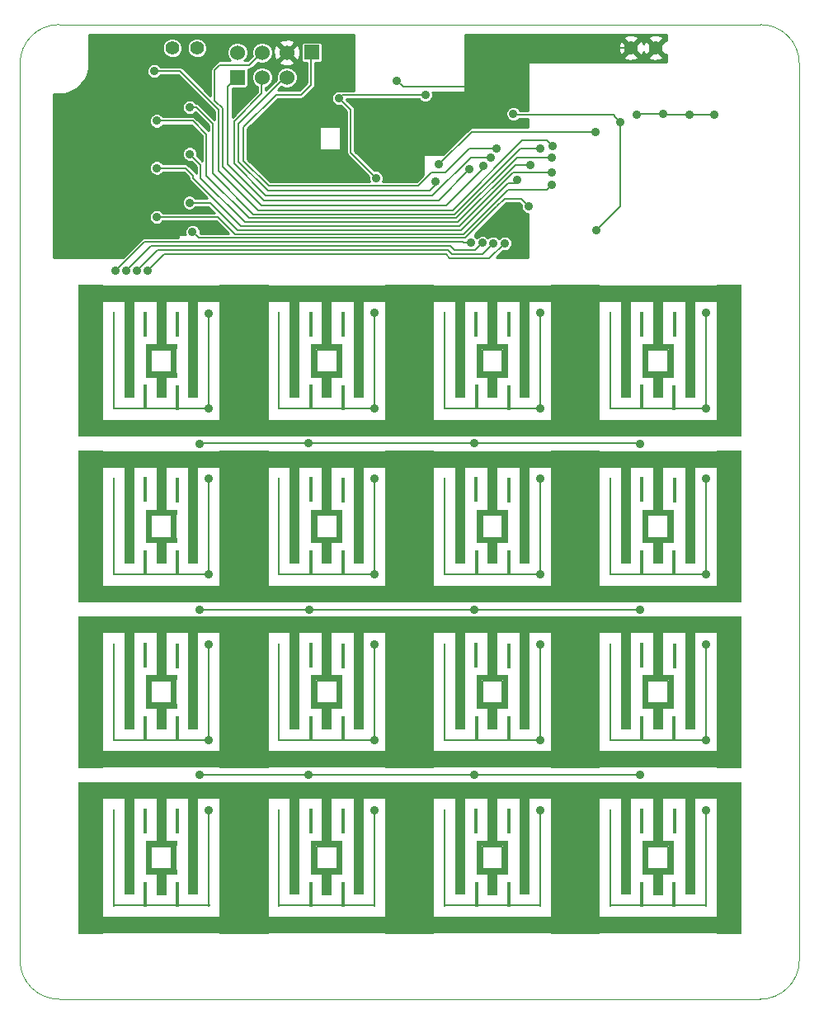
<source format=gbl>
G04 (created by PCBNEW (2013-mar-30)-stable) date Wed 12 Jun 2013 18:28:03 BST*
%MOIN*%
G04 Gerber Fmt 3.4, Leading zero omitted, Abs format*
%FSLAX34Y34*%
G01*
G70*
G90*
G04 APERTURE LIST*
%ADD10C,0*%
%ADD11C,0.00393701*%
%ADD12C,0.00590551*%
%ADD13R,0.06X0.06*%
%ADD14C,0.06*%
%ADD15C,0.055*%
%ADD16R,0.011811X0.0984252*%
%ADD17R,0.00393701X0.19685*%
%ADD18R,0.0275591X0.00393701*%
%ADD19R,0.0393701X0.19685*%
%ADD20R,0.125984X0.019685*%
%ADD21R,0.019685X0.122047*%
%ADD22R,0.393701X0.00787402*%
%ADD23R,0.00787402X0.393701*%
%ADD24R,0.0393701X0.393701*%
%ADD25R,0.0393701X0.0984252*%
%ADD26R,0.629921X0.0708661*%
%ADD27R,0.0984252X0.614173*%
%ADD28C,0.035*%
%ADD29C,0.008*%
%ADD30C,0.01*%
G04 APERTURE END LIST*
G54D10*
G54D11*
X34468Y-21811D02*
G75*
G03X32893Y-23385I0J-1574D01*
G74*
G01*
X64389Y-23385D02*
G75*
G03X62814Y-21811I-1574J0D01*
G74*
G01*
X32893Y-59606D02*
G75*
G03X34468Y-61181I1574J0D01*
G74*
G01*
X62795Y-61181D02*
G75*
G03X64389Y-59625I19J1574D01*
G74*
G01*
X34468Y-21811D02*
X62815Y-21811D01*
X62815Y-61181D02*
X34468Y-61181D01*
X32894Y-59607D02*
X32894Y-23386D01*
X64390Y-23386D02*
X64390Y-59607D01*
G54D12*
X39015Y-55019D02*
X38188Y-55019D01*
X38188Y-55019D02*
X38188Y-55925D01*
X38188Y-55925D02*
X39015Y-55925D01*
X39015Y-55925D02*
X39015Y-55019D01*
X59094Y-55019D02*
X58267Y-55019D01*
X58267Y-55019D02*
X58267Y-55925D01*
X58267Y-55925D02*
X59094Y-55925D01*
X59094Y-55925D02*
X59094Y-55019D01*
X39015Y-48326D02*
X38188Y-48326D01*
X38188Y-48326D02*
X38188Y-49232D01*
X38188Y-49232D02*
X39015Y-49232D01*
X39015Y-49232D02*
X39015Y-48326D01*
X59094Y-48326D02*
X58267Y-48326D01*
X58267Y-48326D02*
X58267Y-49232D01*
X58267Y-49232D02*
X59094Y-49232D01*
X59094Y-49232D02*
X59094Y-48326D01*
X39015Y-41633D02*
X38188Y-41633D01*
X38188Y-41633D02*
X38188Y-42539D01*
X38188Y-42539D02*
X39015Y-42539D01*
X39015Y-42539D02*
X39015Y-41633D01*
X59094Y-41633D02*
X58267Y-41633D01*
X58267Y-41633D02*
X58267Y-42539D01*
X58267Y-42539D02*
X59094Y-42539D01*
X59094Y-42539D02*
X59094Y-41633D01*
X39015Y-34940D02*
X38188Y-34940D01*
X38188Y-34940D02*
X38188Y-35846D01*
X38188Y-35846D02*
X39015Y-35846D01*
X39015Y-35846D02*
X39015Y-34940D01*
X59094Y-34940D02*
X58267Y-34940D01*
X58267Y-34940D02*
X58267Y-35846D01*
X58267Y-35846D02*
X59094Y-35846D01*
X59094Y-35846D02*
X59094Y-34940D01*
X45836Y-25964D02*
X45009Y-25964D01*
X45009Y-25964D02*
X45009Y-26870D01*
X45009Y-26870D02*
X45836Y-26870D01*
X45836Y-26870D02*
X45836Y-25964D01*
X52401Y-55019D02*
X51574Y-55019D01*
X51574Y-55019D02*
X51574Y-55925D01*
X51574Y-55925D02*
X52401Y-55925D01*
X52401Y-55925D02*
X52401Y-55019D01*
X52401Y-48326D02*
X51574Y-48326D01*
X51574Y-48326D02*
X51574Y-49232D01*
X51574Y-49232D02*
X52401Y-49232D01*
X52401Y-49232D02*
X52401Y-48326D01*
X52401Y-41633D02*
X51574Y-41633D01*
X51574Y-41633D02*
X51574Y-42539D01*
X51574Y-42539D02*
X52401Y-42539D01*
X52401Y-42539D02*
X52401Y-41633D01*
X52401Y-34940D02*
X51574Y-34940D01*
X51574Y-34940D02*
X51574Y-35846D01*
X51574Y-35846D02*
X52401Y-35846D01*
X52401Y-35846D02*
X52401Y-34940D01*
X45708Y-34940D02*
X44881Y-34940D01*
X44881Y-34940D02*
X44881Y-35846D01*
X44881Y-35846D02*
X45708Y-35846D01*
X45708Y-35846D02*
X45708Y-34940D01*
X45708Y-41633D02*
X44881Y-41633D01*
X44881Y-41633D02*
X44881Y-42539D01*
X44881Y-42539D02*
X45708Y-42539D01*
X45708Y-42539D02*
X45708Y-41633D01*
X45708Y-48326D02*
X44881Y-48326D01*
X44881Y-48326D02*
X44881Y-49232D01*
X44881Y-49232D02*
X45708Y-49232D01*
X45708Y-49232D02*
X45708Y-48326D01*
X45708Y-55019D02*
X44881Y-55019D01*
X44881Y-55019D02*
X44881Y-55925D01*
X44881Y-55925D02*
X45708Y-55925D01*
X45708Y-55925D02*
X45708Y-55019D01*
G54D13*
X44685Y-22933D03*
X41677Y-23944D03*
G54D14*
X41677Y-22944D03*
X42677Y-23944D03*
X42677Y-22944D03*
X43677Y-23944D03*
X43677Y-22944D03*
G54D15*
X57594Y-22748D03*
X58594Y-22748D03*
X40043Y-22759D03*
X39043Y-22759D03*
G54D16*
X37942Y-33907D03*
X37952Y-36860D03*
G54D17*
X37736Y-35383D03*
G54D18*
X37854Y-36387D03*
X37854Y-34379D03*
X39350Y-34389D03*
X39350Y-36397D03*
G54D17*
X39468Y-35393D03*
G54D16*
X39251Y-36870D03*
G54D19*
X38602Y-33897D03*
G54D20*
X38602Y-35974D03*
G54D21*
X38070Y-35423D03*
G54D22*
X38602Y-37322D03*
G54D16*
X39261Y-33917D03*
G54D23*
X36673Y-35393D03*
X40531Y-35393D03*
G54D24*
X37303Y-34921D03*
G54D25*
X38602Y-36397D03*
G54D24*
X39901Y-34921D03*
G54D26*
X38602Y-38110D03*
X38602Y-32677D03*
G54D21*
X39133Y-35403D03*
G54D27*
X35748Y-35393D03*
X41456Y-35393D03*
G54D20*
X38602Y-34812D03*
G54D16*
X37942Y-40600D03*
X37952Y-43553D03*
G54D17*
X37736Y-42076D03*
G54D18*
X37854Y-43080D03*
X37854Y-41072D03*
X39350Y-41082D03*
X39350Y-43090D03*
G54D17*
X39468Y-42086D03*
G54D16*
X39251Y-43562D03*
G54D19*
X38602Y-40590D03*
G54D20*
X38602Y-42667D03*
G54D21*
X38070Y-42116D03*
G54D22*
X38602Y-44015D03*
G54D16*
X39261Y-40610D03*
G54D23*
X36673Y-42086D03*
X40531Y-42086D03*
G54D24*
X37303Y-41614D03*
G54D25*
X38602Y-43090D03*
G54D24*
X39901Y-41614D03*
G54D26*
X38602Y-44803D03*
X38602Y-39370D03*
G54D21*
X39133Y-42096D03*
G54D27*
X35748Y-42086D03*
X41456Y-42086D03*
G54D20*
X38602Y-41505D03*
G54D16*
X37942Y-47293D03*
X37952Y-50246D03*
G54D17*
X37736Y-48769D03*
G54D18*
X37854Y-49773D03*
X37854Y-47765D03*
X39350Y-47775D03*
X39350Y-49783D03*
G54D17*
X39468Y-48779D03*
G54D16*
X39251Y-50255D03*
G54D19*
X38602Y-47283D03*
G54D20*
X38602Y-49360D03*
G54D21*
X38070Y-48809D03*
G54D22*
X38602Y-50708D03*
G54D16*
X39261Y-47303D03*
G54D23*
X36673Y-48779D03*
X40531Y-48779D03*
G54D24*
X37303Y-48307D03*
G54D25*
X38602Y-49783D03*
G54D24*
X39901Y-48307D03*
G54D26*
X38602Y-51496D03*
X38602Y-46062D03*
G54D21*
X39133Y-48789D03*
G54D27*
X35748Y-48779D03*
X41456Y-48779D03*
G54D20*
X38602Y-48198D03*
G54D16*
X37942Y-53986D03*
X37952Y-56938D03*
G54D17*
X37736Y-55462D03*
G54D18*
X37854Y-56466D03*
X37854Y-54458D03*
X39350Y-54468D03*
X39350Y-56476D03*
G54D17*
X39468Y-55472D03*
G54D16*
X39251Y-56948D03*
G54D19*
X38602Y-53976D03*
G54D20*
X38602Y-56053D03*
G54D21*
X38070Y-55501D03*
G54D22*
X38602Y-57401D03*
G54D16*
X39261Y-53996D03*
G54D23*
X36673Y-55472D03*
X40531Y-55472D03*
G54D24*
X37303Y-55000D03*
G54D25*
X38602Y-56476D03*
G54D24*
X39901Y-55000D03*
G54D26*
X38602Y-58188D03*
X38602Y-52755D03*
G54D21*
X39133Y-55482D03*
G54D27*
X35748Y-55472D03*
X41456Y-55472D03*
G54D20*
X38602Y-54891D03*
G54D16*
X44635Y-53986D03*
X44645Y-56938D03*
G54D17*
X44429Y-55462D03*
G54D18*
X44547Y-56466D03*
X44547Y-54458D03*
X46043Y-54468D03*
X46043Y-56476D03*
G54D17*
X46161Y-55472D03*
G54D16*
X45944Y-56948D03*
G54D19*
X45295Y-53976D03*
G54D20*
X45295Y-56053D03*
G54D21*
X44763Y-55501D03*
G54D22*
X45295Y-57401D03*
G54D16*
X45954Y-53996D03*
G54D23*
X43366Y-55472D03*
X47224Y-55472D03*
G54D24*
X43996Y-55000D03*
G54D25*
X45295Y-56476D03*
G54D24*
X46594Y-55000D03*
G54D26*
X45295Y-58188D03*
X45295Y-52755D03*
G54D21*
X45826Y-55482D03*
G54D27*
X42440Y-55472D03*
X48149Y-55472D03*
G54D20*
X45295Y-54891D03*
G54D16*
X44635Y-47293D03*
X44645Y-50246D03*
G54D17*
X44429Y-48769D03*
G54D18*
X44547Y-49773D03*
X44547Y-47765D03*
X46043Y-47775D03*
X46043Y-49783D03*
G54D17*
X46161Y-48779D03*
G54D16*
X45944Y-50255D03*
G54D19*
X45295Y-47283D03*
G54D20*
X45295Y-49360D03*
G54D21*
X44763Y-48809D03*
G54D22*
X45295Y-50708D03*
G54D16*
X45954Y-47303D03*
G54D23*
X43366Y-48779D03*
X47224Y-48779D03*
G54D24*
X43996Y-48307D03*
G54D25*
X45295Y-49783D03*
G54D24*
X46594Y-48307D03*
G54D26*
X45295Y-51496D03*
X45295Y-46062D03*
G54D21*
X45826Y-48789D03*
G54D27*
X42440Y-48779D03*
X48149Y-48779D03*
G54D20*
X45295Y-48198D03*
G54D16*
X44635Y-40600D03*
X44645Y-43553D03*
G54D17*
X44429Y-42076D03*
G54D18*
X44547Y-43080D03*
X44547Y-41072D03*
X46043Y-41082D03*
X46043Y-43090D03*
G54D17*
X46161Y-42086D03*
G54D16*
X45944Y-43562D03*
G54D19*
X45295Y-40590D03*
G54D20*
X45295Y-42667D03*
G54D21*
X44763Y-42116D03*
G54D22*
X45295Y-44015D03*
G54D16*
X45954Y-40610D03*
G54D23*
X43366Y-42086D03*
X47224Y-42086D03*
G54D24*
X43996Y-41614D03*
G54D25*
X45295Y-43090D03*
G54D24*
X46594Y-41614D03*
G54D26*
X45295Y-44803D03*
X45295Y-39370D03*
G54D21*
X45826Y-42096D03*
G54D27*
X42440Y-42086D03*
X48149Y-42086D03*
G54D20*
X45295Y-41505D03*
G54D16*
X44635Y-33907D03*
X44645Y-36860D03*
G54D17*
X44429Y-35383D03*
G54D18*
X44547Y-36387D03*
X44547Y-34379D03*
X46043Y-34389D03*
X46043Y-36397D03*
G54D17*
X46161Y-35393D03*
G54D16*
X45944Y-36870D03*
G54D19*
X45295Y-33897D03*
G54D20*
X45295Y-35974D03*
G54D21*
X44763Y-35423D03*
G54D22*
X45295Y-37322D03*
G54D16*
X45954Y-33917D03*
G54D23*
X43366Y-35393D03*
X47224Y-35393D03*
G54D24*
X43996Y-34921D03*
G54D25*
X45295Y-36397D03*
G54D24*
X46594Y-34921D03*
G54D26*
X45295Y-38110D03*
X45295Y-32677D03*
G54D21*
X45826Y-35403D03*
G54D27*
X42440Y-35393D03*
X48149Y-35393D03*
G54D20*
X45295Y-34812D03*
G54D16*
X58021Y-40600D03*
X58031Y-43553D03*
G54D17*
X57814Y-42076D03*
G54D18*
X57933Y-43080D03*
X57933Y-41072D03*
X59429Y-41082D03*
X59429Y-43090D03*
G54D17*
X59547Y-42086D03*
G54D16*
X59330Y-43562D03*
G54D19*
X58681Y-40590D03*
G54D20*
X58681Y-42667D03*
G54D21*
X58149Y-42116D03*
G54D22*
X58681Y-44015D03*
G54D16*
X59340Y-40610D03*
G54D23*
X56751Y-42086D03*
X60610Y-42086D03*
G54D24*
X57381Y-41614D03*
G54D25*
X58681Y-43090D03*
G54D24*
X59980Y-41614D03*
G54D26*
X58681Y-44803D03*
X58681Y-39370D03*
G54D21*
X59212Y-42096D03*
G54D27*
X55826Y-42086D03*
X61535Y-42086D03*
G54D20*
X58681Y-41505D03*
G54D16*
X58021Y-47293D03*
X58031Y-50246D03*
G54D17*
X57814Y-48769D03*
G54D18*
X57933Y-49773D03*
X57933Y-47765D03*
X59429Y-47775D03*
X59429Y-49783D03*
G54D17*
X59547Y-48779D03*
G54D16*
X59330Y-50255D03*
G54D19*
X58681Y-47283D03*
G54D20*
X58681Y-49360D03*
G54D21*
X58149Y-48809D03*
G54D22*
X58681Y-50708D03*
G54D16*
X59340Y-47303D03*
G54D23*
X56751Y-48779D03*
X60610Y-48779D03*
G54D24*
X57381Y-48307D03*
G54D25*
X58681Y-49783D03*
G54D24*
X59980Y-48307D03*
G54D26*
X58681Y-51496D03*
X58681Y-46062D03*
G54D21*
X59212Y-48789D03*
G54D27*
X55826Y-48779D03*
X61535Y-48779D03*
G54D20*
X58681Y-48198D03*
G54D16*
X58021Y-53986D03*
X58031Y-56938D03*
G54D17*
X57814Y-55462D03*
G54D18*
X57933Y-56466D03*
X57933Y-54458D03*
X59429Y-54468D03*
X59429Y-56476D03*
G54D17*
X59547Y-55472D03*
G54D16*
X59330Y-56948D03*
G54D19*
X58681Y-53976D03*
G54D20*
X58681Y-56053D03*
G54D21*
X58149Y-55501D03*
G54D22*
X58681Y-57401D03*
G54D16*
X59340Y-53996D03*
G54D23*
X56751Y-55472D03*
X60610Y-55472D03*
G54D24*
X57381Y-55000D03*
G54D25*
X58681Y-56476D03*
G54D24*
X59980Y-55000D03*
G54D26*
X58681Y-58188D03*
X58681Y-52755D03*
G54D21*
X59212Y-55482D03*
G54D27*
X55826Y-55472D03*
X61535Y-55472D03*
G54D20*
X58681Y-54891D03*
G54D16*
X58021Y-33907D03*
X58031Y-36860D03*
G54D17*
X57814Y-35383D03*
G54D18*
X57933Y-36387D03*
X57933Y-34379D03*
X59429Y-34389D03*
X59429Y-36397D03*
G54D17*
X59547Y-35393D03*
G54D16*
X59330Y-36870D03*
G54D19*
X58681Y-33897D03*
G54D20*
X58681Y-35974D03*
G54D21*
X58149Y-35423D03*
G54D22*
X58681Y-37322D03*
G54D16*
X59340Y-33917D03*
G54D23*
X56751Y-35393D03*
X60610Y-35393D03*
G54D24*
X57381Y-34921D03*
G54D25*
X58681Y-36397D03*
G54D24*
X59980Y-34921D03*
G54D26*
X58681Y-38110D03*
X58681Y-32677D03*
G54D21*
X59212Y-35403D03*
G54D27*
X55826Y-35393D03*
X61535Y-35393D03*
G54D20*
X58681Y-34812D03*
G54D16*
X51328Y-33907D03*
X51338Y-36860D03*
G54D17*
X51122Y-35383D03*
G54D18*
X51240Y-36387D03*
X51240Y-34379D03*
X52736Y-34389D03*
X52736Y-36397D03*
G54D17*
X52854Y-35393D03*
G54D16*
X52637Y-36870D03*
G54D19*
X51988Y-33897D03*
G54D20*
X51988Y-35974D03*
G54D21*
X51456Y-35423D03*
G54D22*
X51988Y-37322D03*
G54D16*
X52647Y-33917D03*
G54D23*
X50059Y-35393D03*
X53917Y-35393D03*
G54D24*
X50688Y-34921D03*
G54D25*
X51988Y-36397D03*
G54D24*
X53287Y-34921D03*
G54D26*
X51988Y-38110D03*
X51988Y-32677D03*
G54D21*
X52519Y-35403D03*
G54D27*
X49133Y-35393D03*
X54842Y-35393D03*
G54D20*
X51988Y-34812D03*
G54D16*
X51328Y-47293D03*
X51338Y-50246D03*
G54D17*
X51122Y-48769D03*
G54D18*
X51240Y-49773D03*
X51240Y-47765D03*
X52736Y-47775D03*
X52736Y-49783D03*
G54D17*
X52854Y-48779D03*
G54D16*
X52637Y-50255D03*
G54D19*
X51988Y-47283D03*
G54D20*
X51988Y-49360D03*
G54D21*
X51456Y-48809D03*
G54D22*
X51988Y-50708D03*
G54D16*
X52647Y-47303D03*
G54D23*
X50059Y-48779D03*
X53917Y-48779D03*
G54D24*
X50688Y-48307D03*
G54D25*
X51988Y-49783D03*
G54D24*
X53287Y-48307D03*
G54D26*
X51988Y-51496D03*
X51988Y-46062D03*
G54D21*
X52519Y-48789D03*
G54D27*
X49133Y-48779D03*
X54842Y-48779D03*
G54D20*
X51988Y-48198D03*
G54D16*
X51328Y-53986D03*
X51338Y-56938D03*
G54D17*
X51122Y-55462D03*
G54D18*
X51240Y-56466D03*
X51240Y-54458D03*
X52736Y-54468D03*
X52736Y-56476D03*
G54D17*
X52854Y-55472D03*
G54D16*
X52637Y-56948D03*
G54D19*
X51988Y-53976D03*
G54D20*
X51988Y-56053D03*
G54D21*
X51456Y-55501D03*
G54D22*
X51988Y-57401D03*
G54D16*
X52647Y-53996D03*
G54D23*
X50059Y-55472D03*
X53917Y-55472D03*
G54D24*
X50688Y-55000D03*
G54D25*
X51988Y-56476D03*
G54D24*
X53287Y-55000D03*
G54D26*
X51988Y-58188D03*
X51988Y-52755D03*
G54D21*
X52519Y-55482D03*
G54D27*
X49133Y-55472D03*
X54842Y-55472D03*
G54D20*
X51988Y-54891D03*
G54D16*
X51328Y-40600D03*
X51338Y-43553D03*
G54D17*
X51122Y-42076D03*
G54D18*
X51240Y-43080D03*
X51240Y-41072D03*
X52736Y-41082D03*
X52736Y-43090D03*
G54D17*
X52854Y-42086D03*
G54D16*
X52637Y-43562D03*
G54D19*
X51988Y-40590D03*
G54D20*
X51988Y-42667D03*
G54D21*
X51456Y-42116D03*
G54D22*
X51988Y-44015D03*
G54D16*
X52647Y-40610D03*
G54D23*
X50059Y-42086D03*
X53917Y-42086D03*
G54D24*
X50688Y-41614D03*
G54D25*
X51988Y-43090D03*
G54D24*
X53287Y-41614D03*
G54D26*
X51988Y-44803D03*
X51988Y-39370D03*
G54D21*
X52519Y-42096D03*
G54D27*
X49133Y-42086D03*
X54842Y-42086D03*
G54D20*
X51988Y-41505D03*
G54D28*
X37096Y-27017D03*
X36889Y-31023D03*
X46870Y-25196D03*
X47431Y-26525D03*
X52834Y-25413D03*
X47275Y-28003D03*
X49271Y-24645D03*
X56196Y-30125D03*
X45787Y-24783D03*
X57164Y-25738D03*
X51062Y-27657D03*
X51625Y-27519D03*
X49685Y-28169D03*
X51917Y-27196D03*
X36742Y-25088D03*
X37155Y-28966D03*
X37086Y-22834D03*
X56161Y-22706D03*
X51259Y-24645D03*
X54763Y-22688D03*
X52669Y-29232D03*
X53011Y-30539D03*
X51909Y-22775D03*
X48130Y-24071D03*
X44862Y-27657D03*
X45905Y-23503D03*
X53035Y-24413D03*
X39850Y-24677D03*
X40405Y-29905D03*
X39791Y-28437D03*
X39838Y-26342D03*
X35377Y-30196D03*
X43011Y-26417D03*
X35019Y-28822D03*
X35165Y-26724D03*
X35137Y-25145D03*
X52240Y-25834D03*
X53259Y-25834D03*
X52476Y-30653D03*
X38062Y-31744D03*
X52007Y-30649D03*
X37629Y-31744D03*
X51574Y-30629D03*
X37196Y-31744D03*
X51122Y-30629D03*
X36763Y-31744D03*
X53452Y-29153D03*
X39866Y-30192D03*
X40137Y-38744D03*
X57964Y-38740D03*
X44566Y-38736D03*
X51255Y-38732D03*
X39740Y-29003D03*
X52996Y-28098D03*
X57952Y-45437D03*
X51259Y-45437D03*
X44570Y-45437D03*
X40141Y-45440D03*
X53527Y-27484D03*
X39751Y-27039D03*
X57956Y-52133D03*
X51267Y-52133D03*
X44566Y-52133D03*
X40141Y-52114D03*
X39751Y-25149D03*
X53913Y-26818D03*
X38322Y-23685D03*
X54409Y-26728D03*
X54389Y-27185D03*
X38417Y-25700D03*
X38425Y-27606D03*
X54401Y-27783D03*
X54374Y-28271D03*
X38409Y-29594D03*
X52165Y-26830D03*
X56145Y-26141D03*
X49834Y-27468D03*
X57826Y-25437D03*
X58885Y-25433D03*
X59956Y-25437D03*
X60944Y-25437D03*
X35732Y-35913D03*
X35759Y-42645D03*
X35724Y-49590D03*
X35748Y-55988D03*
X60610Y-53543D03*
X60610Y-50708D03*
X60610Y-46850D03*
X60610Y-44011D03*
X60610Y-40157D03*
X60610Y-37318D03*
X60610Y-33460D03*
X53917Y-53543D03*
X53917Y-50708D03*
X53917Y-46850D03*
X53917Y-44015D03*
X53917Y-40157D03*
X53917Y-37322D03*
X53917Y-33464D03*
X47224Y-53543D03*
X47224Y-50708D03*
X47224Y-46850D03*
X47224Y-44015D03*
X47224Y-40157D03*
X47224Y-37322D03*
X47224Y-33468D03*
X40531Y-37322D03*
X40531Y-53543D03*
X40531Y-50708D03*
X40531Y-46850D03*
X40531Y-44015D03*
X40531Y-40157D03*
X40531Y-33476D03*
G54D29*
X37293Y-26250D02*
X37293Y-26820D01*
X37293Y-26820D02*
X37096Y-27017D01*
X37263Y-30206D02*
X37263Y-30649D01*
X37263Y-30649D02*
X36889Y-31023D01*
X48051Y-27696D02*
X48051Y-27145D01*
X48051Y-27145D02*
X47431Y-26525D01*
X45787Y-24783D02*
X46259Y-25255D01*
X47275Y-28003D02*
X47023Y-27751D01*
X46259Y-26988D02*
X47023Y-27751D01*
X46259Y-25255D02*
X46259Y-26988D01*
X45787Y-24783D02*
X45925Y-24645D01*
X45925Y-24645D02*
X49271Y-24645D01*
X45906Y-24664D02*
X45787Y-24783D01*
X57164Y-29158D02*
X56196Y-30125D01*
X56964Y-25538D02*
X57164Y-25738D01*
X56878Y-25452D02*
X56964Y-25538D01*
X52874Y-25452D02*
X56878Y-25452D01*
X52834Y-25413D02*
X52874Y-25452D01*
X57164Y-25738D02*
X57164Y-29158D01*
X42755Y-28917D02*
X41299Y-27460D01*
X51062Y-27657D02*
X49803Y-28917D01*
X49803Y-28917D02*
X42755Y-28917D01*
X41299Y-24303D02*
X41664Y-23938D01*
X41299Y-27460D02*
X41299Y-24303D01*
X50125Y-29114D02*
X42640Y-29114D01*
X51625Y-27614D02*
X50125Y-29114D01*
X51625Y-27519D02*
X51625Y-27614D01*
X42640Y-29114D02*
X41085Y-27559D01*
X41085Y-27559D02*
X41085Y-25193D01*
X41085Y-25193D02*
X40764Y-24872D01*
X40764Y-24872D02*
X40764Y-23638D01*
X40764Y-23638D02*
X40964Y-23438D01*
X40964Y-23438D02*
X42164Y-23438D01*
X42164Y-23438D02*
X42664Y-22938D01*
X43490Y-23938D02*
X43664Y-23938D01*
X41732Y-27342D02*
X41732Y-25807D01*
X42913Y-28523D02*
X41732Y-27342D01*
X49448Y-28523D02*
X42913Y-28523D01*
X41732Y-25807D02*
X43545Y-23993D01*
X49685Y-28169D02*
X49685Y-28287D01*
X49685Y-28287D02*
X49448Y-28523D01*
X42834Y-28720D02*
X49566Y-28720D01*
X51905Y-27185D02*
X51102Y-27185D01*
X51102Y-27185D02*
X49566Y-28720D01*
X42834Y-28720D02*
X41535Y-27421D01*
X41535Y-27421D02*
X41535Y-25728D01*
X41535Y-25728D02*
X42664Y-24599D01*
X42664Y-23938D02*
X42664Y-24599D01*
X51917Y-27196D02*
X51905Y-27185D01*
X57594Y-22748D02*
X56202Y-22748D01*
X56202Y-22748D02*
X56161Y-22706D01*
X45696Y-23984D02*
X45905Y-23775D01*
X45696Y-23984D02*
X44279Y-25401D01*
X44279Y-27074D02*
X44862Y-27657D01*
X44279Y-25401D02*
X44279Y-27074D01*
X45905Y-23775D02*
X45905Y-23503D01*
X39854Y-24681D02*
X39854Y-24685D01*
X39850Y-24677D02*
X39854Y-24681D01*
X40425Y-29925D02*
X40425Y-29929D01*
X40405Y-29905D02*
X40425Y-29925D01*
X39834Y-26346D02*
X39814Y-26346D01*
X39838Y-26342D02*
X39834Y-26346D01*
X35377Y-30196D02*
X35326Y-30248D01*
X35019Y-28822D02*
X34992Y-28850D01*
X52240Y-25834D02*
X53259Y-25834D01*
X51909Y-22775D02*
X54677Y-22775D01*
X54677Y-22775D02*
X54763Y-22688D01*
X51259Y-24645D02*
X51259Y-23425D01*
X51259Y-23425D02*
X51909Y-22775D01*
X51259Y-24645D02*
X52803Y-24645D01*
X50925Y-24311D02*
X51259Y-24645D01*
X50374Y-24311D02*
X50925Y-24311D01*
X52803Y-24645D02*
X53035Y-24413D01*
X53035Y-24413D02*
X52877Y-24413D01*
X48370Y-24311D02*
X48130Y-24071D01*
X48370Y-24311D02*
X50374Y-24311D01*
X53035Y-24413D02*
X53007Y-24413D01*
X53011Y-30539D02*
X52669Y-30196D01*
X52669Y-30196D02*
X52669Y-29232D01*
X52476Y-30653D02*
X51862Y-31267D01*
X51862Y-31267D02*
X50275Y-31267D01*
X52437Y-30653D02*
X52437Y-30673D01*
X52476Y-30653D02*
X52437Y-30653D01*
X38787Y-31098D02*
X38708Y-31098D01*
X38708Y-31098D02*
X38062Y-31744D01*
X45700Y-31098D02*
X43224Y-31098D01*
X43224Y-31098D02*
X38787Y-31098D01*
X50106Y-31098D02*
X45700Y-31098D01*
X50263Y-31255D02*
X50106Y-31098D01*
X38787Y-31098D02*
X38763Y-31098D01*
X45653Y-30917D02*
X43149Y-30917D01*
X38783Y-30917D02*
X38456Y-30917D01*
X38456Y-30917D02*
X37629Y-31744D01*
X43149Y-30917D02*
X38783Y-30917D01*
X38783Y-30917D02*
X38779Y-30917D01*
X43149Y-30917D02*
X43145Y-30917D01*
X43145Y-30917D02*
X43141Y-30913D01*
X52007Y-30649D02*
X51572Y-31085D01*
X51572Y-31085D02*
X50352Y-31085D01*
X50185Y-30917D02*
X45653Y-30917D01*
X50352Y-31085D02*
X50185Y-30917D01*
X38791Y-30753D02*
X38187Y-30753D01*
X38187Y-30753D02*
X37196Y-31744D01*
X43141Y-30753D02*
X38791Y-30753D01*
X50458Y-30925D02*
X50287Y-30753D01*
X51279Y-30925D02*
X50458Y-30925D01*
X51574Y-30629D02*
X51279Y-30925D01*
X48783Y-30753D02*
X43141Y-30753D01*
X50287Y-30753D02*
X48783Y-30753D01*
X48783Y-30753D02*
X48759Y-30753D01*
X37914Y-30593D02*
X36763Y-31744D01*
X43141Y-30593D02*
X38818Y-30593D01*
X38818Y-30593D02*
X37914Y-30593D01*
X50811Y-30629D02*
X50774Y-30593D01*
X51122Y-30629D02*
X50811Y-30629D01*
X50774Y-30593D02*
X43141Y-30593D01*
X43129Y-30433D02*
X40107Y-30433D01*
X40107Y-30433D02*
X39866Y-30192D01*
X43129Y-30433D02*
X43121Y-30433D01*
X52157Y-29153D02*
X52472Y-28838D01*
X52157Y-29153D02*
X50877Y-30433D01*
X43129Y-30433D02*
X50877Y-30433D01*
X53137Y-28838D02*
X53452Y-29153D01*
X52472Y-28838D02*
X53137Y-28838D01*
X44570Y-38732D02*
X44570Y-38736D01*
X40149Y-38732D02*
X44570Y-38732D01*
X40137Y-38744D02*
X40149Y-38732D01*
X51255Y-38732D02*
X57956Y-38732D01*
X57956Y-38732D02*
X57964Y-38740D01*
X44566Y-38736D02*
X44570Y-38736D01*
X44570Y-38736D02*
X51251Y-38736D01*
X51251Y-38736D02*
X51255Y-38732D01*
X41744Y-30113D02*
X41680Y-30113D01*
X43051Y-30113D02*
X41744Y-30113D01*
X40570Y-29003D02*
X39740Y-29003D01*
X41680Y-30113D02*
X40570Y-29003D01*
X50728Y-30113D02*
X43051Y-30113D01*
X52626Y-28216D02*
X50728Y-30113D01*
X52878Y-28216D02*
X52626Y-28216D01*
X52996Y-28098D02*
X52878Y-28216D01*
X51259Y-45437D02*
X57952Y-45437D01*
X44570Y-45437D02*
X51259Y-45437D01*
X40145Y-45437D02*
X44570Y-45437D01*
X40141Y-45440D02*
X40145Y-45437D01*
X43051Y-29793D02*
X41971Y-29793D01*
X52905Y-27484D02*
X50595Y-29793D01*
X50595Y-29793D02*
X43051Y-29793D01*
X53527Y-27484D02*
X52905Y-27484D01*
X40185Y-27472D02*
X39751Y-27039D01*
X40185Y-28007D02*
X40185Y-27472D01*
X41971Y-29793D02*
X40185Y-28007D01*
X51267Y-52133D02*
X57956Y-52133D01*
X44566Y-52133D02*
X51267Y-52133D01*
X40161Y-52133D02*
X44566Y-52133D01*
X40141Y-52114D02*
X40161Y-52133D01*
X43102Y-29472D02*
X42330Y-29472D01*
X40003Y-25149D02*
X39751Y-25149D01*
X40673Y-25818D02*
X40003Y-25149D01*
X40673Y-27814D02*
X40673Y-25818D01*
X42330Y-29472D02*
X40673Y-27814D01*
X53913Y-26818D02*
X53118Y-26818D01*
X50464Y-29472D02*
X43102Y-29472D01*
X43102Y-29472D02*
X43082Y-29472D01*
X53118Y-26818D02*
X50464Y-29472D01*
X42525Y-29309D02*
X40925Y-27708D01*
X40925Y-27708D02*
X40925Y-25259D01*
X40925Y-25259D02*
X39350Y-23685D01*
X39350Y-23685D02*
X38322Y-23685D01*
X43456Y-29309D02*
X43086Y-29309D01*
X50378Y-29309D02*
X43456Y-29309D01*
X53191Y-26496D02*
X50378Y-29309D01*
X43086Y-29309D02*
X42525Y-29309D01*
X54177Y-26496D02*
X53191Y-26496D01*
X54409Y-26728D02*
X54177Y-26496D01*
X43051Y-29633D02*
X42157Y-29633D01*
X52978Y-27185D02*
X50529Y-29633D01*
X50529Y-29633D02*
X43051Y-29633D01*
X54389Y-27185D02*
X52978Y-27185D01*
X39877Y-25700D02*
X38417Y-25700D01*
X40433Y-26255D02*
X39877Y-25700D01*
X40433Y-27909D02*
X40433Y-26255D01*
X42157Y-29633D02*
X40433Y-27909D01*
X43066Y-29953D02*
X41812Y-29953D01*
X39578Y-27606D02*
X38425Y-27606D01*
X39889Y-27917D02*
X39578Y-27606D01*
X39889Y-28031D02*
X39889Y-27917D01*
X41812Y-29953D02*
X39889Y-28031D01*
X50661Y-29953D02*
X43066Y-29953D01*
X43066Y-29953D02*
X43051Y-29953D01*
X52821Y-27794D02*
X50661Y-29953D01*
X54390Y-27794D02*
X52821Y-27794D01*
X54401Y-27783D02*
X54390Y-27794D01*
X54374Y-28271D02*
X54169Y-28476D01*
X54169Y-28476D02*
X52602Y-28476D01*
X43051Y-30273D02*
X41577Y-30273D01*
X40897Y-29594D02*
X38409Y-29594D01*
X41577Y-30273D02*
X40897Y-29594D01*
X50804Y-30273D02*
X43051Y-30273D01*
X52602Y-28476D02*
X50804Y-30273D01*
X42942Y-28326D02*
X41929Y-27313D01*
X44664Y-22938D02*
X44664Y-24238D01*
X44264Y-24638D02*
X44664Y-24238D01*
X43255Y-24638D02*
X44264Y-24638D01*
X41929Y-25964D02*
X43255Y-24638D01*
X41929Y-27303D02*
X41929Y-25964D01*
X49503Y-27799D02*
X48976Y-28326D01*
X48976Y-28326D02*
X42942Y-28326D01*
X51039Y-26830D02*
X50070Y-27799D01*
X52165Y-26830D02*
X51039Y-26830D01*
X50070Y-27799D02*
X49503Y-27799D01*
X41929Y-27313D02*
X41929Y-27303D01*
X57834Y-25433D02*
X58885Y-25433D01*
X57830Y-25433D02*
X57834Y-25433D01*
X57826Y-25437D02*
X57830Y-25433D01*
X59956Y-25437D02*
X58889Y-25437D01*
X58889Y-25437D02*
X58885Y-25433D01*
X60944Y-25437D02*
X59956Y-25437D01*
X56141Y-26137D02*
X51165Y-26137D01*
X56145Y-26141D02*
X56141Y-26137D01*
X49834Y-27468D02*
X51165Y-26137D01*
X35748Y-35897D02*
X35748Y-35393D01*
X35732Y-35913D02*
X35748Y-35897D01*
X35748Y-42633D02*
X35748Y-42086D01*
X35759Y-42645D02*
X35748Y-42633D01*
X35748Y-49566D02*
X35748Y-48779D01*
X35724Y-49590D02*
X35748Y-49566D01*
X35748Y-55988D02*
X35748Y-55472D01*
X60610Y-53543D02*
X60610Y-55472D01*
X60610Y-46850D02*
X60610Y-50708D01*
X60610Y-33460D02*
X60610Y-37318D01*
X60610Y-40157D02*
X60610Y-44011D01*
X60610Y-33460D02*
X60610Y-35393D01*
X53917Y-53543D02*
X53917Y-55472D01*
X53917Y-46850D02*
X53917Y-50708D01*
X53917Y-35393D02*
X53917Y-37322D01*
X53917Y-40157D02*
X53917Y-44015D01*
X53917Y-33464D02*
X53917Y-35393D01*
X47224Y-53543D02*
X47224Y-55472D01*
X47224Y-46850D02*
X47224Y-50708D01*
X47224Y-35393D02*
X47224Y-37322D01*
X47224Y-40157D02*
X47224Y-44015D01*
X47224Y-33468D02*
X47224Y-35393D01*
X40527Y-53559D02*
X40531Y-55472D01*
X40527Y-53547D02*
X40527Y-53559D01*
X40531Y-53543D02*
X40527Y-53547D01*
X40531Y-46850D02*
X40531Y-50708D01*
X38602Y-37322D02*
X40531Y-37322D01*
X40531Y-40157D02*
X40531Y-44015D01*
X40531Y-33476D02*
X40531Y-35393D01*
G54D30*
X35693Y-22219D02*
X35693Y-22219D01*
X35695Y-22299D02*
X46386Y-22299D01*
X35697Y-22379D02*
X38903Y-22379D01*
X39183Y-22379D02*
X39903Y-22379D01*
X40183Y-22379D02*
X46386Y-22379D01*
X35699Y-22459D02*
X38771Y-22459D01*
X39315Y-22459D02*
X39771Y-22459D01*
X40315Y-22459D02*
X43408Y-22459D01*
X43942Y-22459D02*
X46386Y-22459D01*
X35699Y-22539D02*
X38696Y-22539D01*
X39390Y-22539D02*
X39696Y-22539D01*
X40390Y-22539D02*
X41532Y-22539D01*
X41821Y-22539D02*
X42532Y-22539D01*
X42821Y-22539D02*
X43368Y-22539D01*
X43985Y-22539D02*
X44294Y-22539D01*
X45075Y-22539D02*
X46386Y-22539D01*
X35699Y-22619D02*
X38663Y-22619D01*
X39423Y-22619D02*
X39663Y-22619D01*
X40423Y-22619D02*
X41394Y-22619D01*
X41959Y-22619D02*
X42394Y-22619D01*
X42959Y-22619D02*
X43420Y-22619D01*
X43934Y-22619D02*
X43991Y-22619D01*
X43991Y-22619D02*
X44255Y-22619D01*
X45115Y-22619D02*
X46386Y-22619D01*
X35699Y-22699D02*
X38638Y-22699D01*
X39448Y-22699D02*
X39448Y-22699D01*
X39448Y-22699D02*
X39638Y-22699D01*
X40448Y-22699D02*
X40448Y-22699D01*
X40448Y-22699D02*
X41314Y-22699D01*
X42039Y-22699D02*
X42314Y-22699D01*
X43039Y-22699D02*
X43184Y-22699D01*
X43363Y-22699D02*
X43500Y-22699D01*
X43854Y-22699D02*
X43991Y-22699D01*
X44172Y-22699D02*
X44255Y-22699D01*
X45115Y-22699D02*
X46386Y-22699D01*
X35699Y-22779D02*
X38638Y-22779D01*
X39448Y-22779D02*
X39448Y-22779D01*
X39448Y-22779D02*
X39638Y-22779D01*
X40448Y-22779D02*
X40448Y-22779D01*
X40448Y-22779D02*
X41280Y-22779D01*
X42074Y-22779D02*
X42280Y-22779D01*
X43074Y-22779D02*
X43155Y-22779D01*
X43443Y-22779D02*
X43580Y-22779D01*
X43774Y-22779D02*
X43911Y-22779D01*
X44205Y-22779D02*
X44255Y-22779D01*
X45115Y-22779D02*
X46385Y-22779D01*
X35699Y-22859D02*
X38646Y-22859D01*
X39440Y-22859D02*
X39448Y-22859D01*
X39448Y-22859D02*
X39646Y-22859D01*
X40440Y-22859D02*
X40448Y-22859D01*
X40448Y-22859D02*
X41247Y-22859D01*
X42107Y-22859D02*
X42247Y-22859D01*
X43107Y-22859D02*
X43126Y-22859D01*
X43523Y-22859D02*
X43660Y-22859D01*
X43694Y-22859D02*
X43831Y-22859D01*
X44220Y-22859D02*
X44255Y-22859D01*
X45115Y-22859D02*
X46385Y-22859D01*
X35699Y-22939D02*
X38679Y-22939D01*
X39407Y-22939D02*
X39448Y-22939D01*
X39448Y-22939D02*
X39679Y-22939D01*
X40407Y-22939D02*
X40448Y-22939D01*
X40448Y-22939D02*
X41247Y-22939D01*
X42107Y-22939D02*
X42247Y-22939D01*
X43107Y-22939D02*
X43129Y-22939D01*
X43603Y-22939D02*
X43751Y-22939D01*
X44224Y-22939D02*
X44255Y-22939D01*
X45115Y-22939D02*
X46385Y-22939D01*
X35699Y-23019D02*
X38730Y-23019D01*
X39356Y-23019D02*
X39448Y-23019D01*
X39448Y-23019D02*
X39730Y-23019D01*
X40356Y-23019D02*
X40448Y-23019D01*
X40448Y-23019D02*
X41247Y-23019D01*
X42107Y-23019D02*
X42247Y-23019D01*
X43107Y-23019D02*
X43133Y-23019D01*
X43534Y-23019D02*
X43608Y-23019D01*
X43608Y-23019D02*
X43671Y-23019D01*
X43683Y-23019D02*
X43820Y-23019D01*
X44228Y-23019D02*
X44255Y-23019D01*
X45115Y-23019D02*
X46385Y-23019D01*
X35699Y-23099D02*
X38809Y-23099D01*
X39276Y-23099D02*
X39448Y-23099D01*
X39448Y-23099D02*
X39809Y-23099D01*
X40276Y-23099D02*
X40448Y-23099D01*
X40448Y-23099D02*
X41275Y-23099D01*
X42078Y-23099D02*
X42263Y-23099D01*
X43078Y-23099D02*
X43144Y-23099D01*
X43454Y-23099D02*
X43591Y-23099D01*
X43763Y-23099D02*
X43900Y-23099D01*
X44202Y-23099D02*
X44228Y-23099D01*
X44228Y-23099D02*
X44255Y-23099D01*
X45115Y-23099D02*
X46385Y-23099D01*
X35699Y-23179D02*
X39448Y-23179D01*
X39448Y-23179D02*
X40448Y-23179D01*
X40448Y-23179D02*
X41308Y-23179D01*
X42045Y-23179D02*
X42183Y-23179D01*
X43045Y-23179D02*
X43177Y-23179D01*
X43374Y-23179D02*
X43511Y-23179D01*
X43843Y-23179D02*
X43980Y-23179D01*
X44174Y-23179D02*
X44228Y-23179D01*
X44228Y-23179D02*
X44255Y-23179D01*
X45115Y-23179D02*
X46385Y-23179D01*
X35699Y-23259D02*
X39448Y-23259D01*
X39448Y-23259D02*
X40448Y-23259D01*
X40448Y-23259D02*
X41383Y-23259D01*
X41970Y-23259D02*
X42103Y-23259D01*
X42970Y-23259D02*
X43293Y-23259D01*
X43294Y-23259D02*
X43431Y-23259D01*
X43923Y-23259D02*
X44060Y-23259D01*
X44061Y-23259D02*
X44228Y-23259D01*
X44228Y-23259D02*
X44255Y-23259D01*
X45114Y-23259D02*
X46385Y-23259D01*
X35699Y-23339D02*
X39448Y-23339D01*
X39448Y-23339D02*
X40448Y-23339D01*
X40448Y-23339D02*
X40823Y-23339D01*
X42504Y-23339D02*
X42505Y-23339D01*
X42848Y-23339D02*
X43365Y-23339D01*
X43988Y-23339D02*
X43991Y-23339D01*
X43991Y-23339D02*
X44228Y-23339D01*
X44228Y-23339D02*
X44307Y-23339D01*
X45062Y-23339D02*
X46385Y-23339D01*
X35697Y-23419D02*
X38167Y-23419D01*
X38478Y-23419D02*
X39448Y-23419D01*
X39448Y-23419D02*
X40448Y-23419D01*
X40448Y-23419D02*
X40743Y-23419D01*
X42424Y-23419D02*
X43388Y-23419D01*
X43965Y-23419D02*
X43991Y-23419D01*
X43991Y-23419D02*
X44228Y-23419D01*
X44228Y-23419D02*
X44494Y-23419D01*
X44834Y-23419D02*
X46384Y-23419D01*
X35691Y-23499D02*
X38077Y-23499D01*
X38568Y-23499D02*
X39448Y-23499D01*
X39448Y-23499D02*
X40448Y-23499D01*
X40448Y-23499D02*
X40663Y-23499D01*
X42344Y-23499D02*
X43991Y-23499D01*
X43991Y-23499D02*
X44228Y-23499D01*
X44228Y-23499D02*
X44494Y-23499D01*
X44834Y-23499D02*
X46384Y-23499D01*
X35682Y-23579D02*
X38036Y-23579D01*
X39485Y-23579D02*
X40448Y-23579D01*
X40448Y-23579D02*
X40606Y-23579D01*
X42254Y-23579D02*
X42435Y-23579D01*
X42918Y-23579D02*
X43435Y-23579D01*
X43918Y-23579D02*
X43991Y-23579D01*
X43991Y-23579D02*
X44228Y-23579D01*
X44228Y-23579D02*
X44494Y-23579D01*
X44834Y-23579D02*
X46384Y-23579D01*
X35664Y-23659D02*
X38017Y-23659D01*
X39565Y-23659D02*
X40448Y-23659D01*
X40448Y-23659D02*
X40594Y-23659D01*
X42107Y-23659D02*
X42354Y-23659D01*
X42999Y-23659D02*
X43354Y-23659D01*
X43999Y-23659D02*
X44228Y-23659D01*
X44228Y-23659D02*
X44494Y-23659D01*
X44834Y-23659D02*
X46384Y-23659D01*
X35647Y-23739D02*
X38017Y-23739D01*
X39645Y-23739D02*
X40448Y-23739D01*
X40448Y-23739D02*
X40594Y-23739D01*
X42107Y-23739D02*
X42296Y-23739D01*
X43057Y-23739D02*
X43296Y-23739D01*
X44057Y-23739D02*
X44228Y-23739D01*
X44228Y-23739D02*
X44494Y-23739D01*
X44834Y-23739D02*
X46384Y-23739D01*
X35615Y-23819D02*
X38048Y-23819D01*
X39725Y-23819D02*
X40448Y-23819D01*
X40448Y-23819D02*
X40594Y-23819D01*
X42107Y-23819D02*
X42263Y-23819D01*
X43090Y-23819D02*
X43263Y-23819D01*
X44090Y-23819D02*
X44228Y-23819D01*
X44228Y-23819D02*
X44494Y-23819D01*
X44834Y-23819D02*
X46384Y-23819D01*
X35583Y-23899D02*
X38105Y-23899D01*
X38539Y-23899D02*
X39324Y-23899D01*
X39805Y-23899D02*
X40448Y-23899D01*
X40448Y-23899D02*
X40594Y-23899D01*
X42107Y-23899D02*
X42247Y-23899D01*
X43107Y-23899D02*
X43247Y-23899D01*
X44107Y-23899D02*
X44228Y-23899D01*
X44228Y-23899D02*
X44494Y-23899D01*
X44834Y-23899D02*
X46384Y-23899D01*
X35543Y-23979D02*
X38236Y-23979D01*
X38409Y-23979D02*
X39404Y-23979D01*
X39885Y-23979D02*
X40448Y-23979D01*
X40448Y-23979D02*
X40594Y-23979D01*
X42107Y-23979D02*
X42247Y-23979D01*
X43107Y-23979D02*
X43247Y-23979D01*
X44107Y-23979D02*
X44228Y-23979D01*
X44228Y-23979D02*
X44494Y-23979D01*
X44834Y-23979D02*
X46383Y-23979D01*
X35500Y-24059D02*
X39484Y-24059D01*
X39965Y-24059D02*
X40448Y-24059D01*
X40448Y-24059D02*
X40594Y-24059D01*
X42107Y-24059D02*
X42259Y-24059D01*
X43095Y-24059D02*
X43239Y-24059D01*
X44095Y-24059D02*
X44228Y-24059D01*
X44228Y-24059D02*
X44494Y-24059D01*
X44834Y-24059D02*
X46383Y-24059D01*
X35440Y-24139D02*
X39564Y-24139D01*
X40045Y-24139D02*
X40448Y-24139D01*
X40448Y-24139D02*
X40594Y-24139D01*
X42107Y-24139D02*
X42292Y-24139D01*
X43062Y-24139D02*
X43159Y-24139D01*
X44062Y-24139D02*
X44228Y-24139D01*
X44228Y-24139D02*
X44494Y-24139D01*
X44834Y-24139D02*
X46383Y-24139D01*
X35374Y-24219D02*
X39644Y-24219D01*
X40125Y-24219D02*
X40448Y-24219D01*
X40448Y-24219D02*
X40594Y-24219D01*
X42107Y-24219D02*
X42343Y-24219D01*
X43010Y-24219D02*
X43079Y-24219D01*
X44010Y-24219D02*
X44228Y-24219D01*
X44228Y-24219D02*
X44443Y-24219D01*
X44834Y-24219D02*
X46383Y-24219D01*
X35291Y-24299D02*
X39724Y-24299D01*
X40205Y-24299D02*
X40448Y-24299D01*
X40448Y-24299D02*
X40594Y-24299D01*
X42095Y-24299D02*
X42423Y-24299D01*
X42930Y-24299D02*
X42999Y-24299D01*
X43930Y-24299D02*
X44228Y-24299D01*
X44228Y-24299D02*
X44363Y-24299D01*
X44822Y-24299D02*
X46383Y-24299D01*
X35197Y-24379D02*
X39804Y-24379D01*
X40285Y-24379D02*
X40448Y-24379D01*
X40448Y-24379D02*
X40594Y-24379D01*
X41469Y-24379D02*
X42494Y-24379D01*
X42834Y-24379D02*
X42919Y-24379D01*
X43400Y-24379D02*
X44228Y-24379D01*
X44228Y-24379D02*
X44283Y-24379D01*
X44764Y-24379D02*
X46383Y-24379D01*
X35075Y-24459D02*
X39884Y-24459D01*
X40365Y-24459D02*
X40448Y-24459D01*
X40448Y-24459D02*
X40594Y-24459D01*
X41469Y-24459D02*
X42494Y-24459D01*
X42834Y-24459D02*
X42839Y-24459D01*
X43320Y-24459D02*
X44203Y-24459D01*
X44684Y-24459D02*
X46383Y-24459D01*
X34897Y-24539D02*
X39964Y-24539D01*
X40445Y-24539D02*
X40448Y-24539D01*
X40448Y-24539D02*
X40594Y-24539D01*
X41469Y-24539D02*
X42484Y-24539D01*
X44604Y-24539D02*
X45600Y-24539D01*
X34258Y-24619D02*
X40044Y-24619D01*
X40525Y-24619D02*
X40594Y-24619D01*
X41469Y-24619D02*
X42404Y-24619D01*
X44524Y-24619D02*
X45525Y-24619D01*
X34258Y-24699D02*
X40124Y-24699D01*
X41469Y-24699D02*
X42324Y-24699D01*
X44444Y-24699D02*
X45492Y-24699D01*
X34258Y-24779D02*
X40204Y-24779D01*
X41469Y-24779D02*
X42244Y-24779D01*
X44354Y-24779D02*
X45482Y-24779D01*
X34258Y-24859D02*
X39655Y-24859D01*
X39848Y-24859D02*
X40284Y-24859D01*
X41469Y-24859D02*
X42164Y-24859D01*
X43274Y-24859D02*
X45488Y-24859D01*
X34258Y-24939D02*
X39530Y-24939D01*
X39973Y-24939D02*
X40364Y-24939D01*
X41469Y-24939D02*
X42084Y-24939D01*
X43194Y-24939D02*
X45521Y-24939D01*
X34258Y-25019D02*
X39475Y-25019D01*
X40109Y-25019D02*
X40444Y-25019D01*
X41469Y-25019D02*
X42004Y-25019D01*
X43114Y-25019D02*
X45591Y-25019D01*
X34258Y-25099D02*
X39447Y-25099D01*
X40194Y-25099D02*
X40524Y-25099D01*
X41469Y-25099D02*
X41924Y-25099D01*
X43034Y-25099D02*
X45862Y-25099D01*
X34258Y-25179D02*
X39446Y-25179D01*
X40274Y-25179D02*
X40604Y-25179D01*
X41469Y-25179D02*
X41844Y-25179D01*
X42954Y-25179D02*
X45942Y-25179D01*
X34258Y-25259D02*
X39467Y-25259D01*
X40354Y-25259D02*
X40684Y-25259D01*
X41469Y-25259D02*
X41764Y-25259D01*
X42874Y-25259D02*
X46022Y-25259D01*
X34258Y-25339D02*
X39510Y-25339D01*
X40434Y-25339D02*
X40755Y-25339D01*
X41469Y-25339D02*
X41684Y-25339D01*
X42794Y-25339D02*
X46089Y-25339D01*
X34258Y-25419D02*
X38299Y-25419D01*
X38534Y-25419D02*
X39606Y-25419D01*
X39897Y-25419D02*
X40033Y-25419D01*
X40514Y-25419D02*
X40755Y-25419D01*
X41469Y-25419D02*
X41604Y-25419D01*
X42714Y-25419D02*
X46089Y-25419D01*
X34258Y-25499D02*
X38187Y-25499D01*
X38647Y-25499D02*
X40113Y-25499D01*
X40594Y-25499D02*
X40755Y-25499D01*
X41469Y-25499D02*
X41524Y-25499D01*
X42634Y-25499D02*
X46089Y-25499D01*
X34258Y-25579D02*
X38137Y-25579D01*
X39996Y-25579D02*
X40193Y-25579D01*
X40674Y-25579D02*
X40755Y-25579D01*
X42554Y-25579D02*
X46089Y-25579D01*
X34258Y-25659D02*
X38112Y-25659D01*
X40076Y-25659D02*
X40273Y-25659D01*
X40754Y-25659D02*
X40755Y-25659D01*
X42474Y-25659D02*
X46089Y-25659D01*
X34258Y-25739D02*
X38112Y-25739D01*
X40156Y-25739D02*
X40353Y-25739D01*
X42394Y-25739D02*
X46089Y-25739D01*
X34258Y-25819D02*
X38136Y-25819D01*
X40236Y-25819D02*
X40433Y-25819D01*
X42314Y-25819D02*
X46089Y-25819D01*
X34258Y-25899D02*
X38184Y-25899D01*
X38650Y-25899D02*
X39836Y-25899D01*
X40316Y-25899D02*
X40503Y-25899D01*
X42234Y-25899D02*
X46089Y-25899D01*
X34258Y-25979D02*
X38292Y-25979D01*
X38541Y-25979D02*
X39916Y-25979D01*
X40396Y-25979D02*
X40503Y-25979D01*
X42154Y-25979D02*
X44950Y-25979D01*
X45892Y-25979D02*
X46089Y-25979D01*
X34258Y-26059D02*
X39996Y-26059D01*
X40476Y-26059D02*
X40503Y-26059D01*
X42099Y-26059D02*
X44950Y-26059D01*
X45892Y-26059D02*
X46089Y-26059D01*
X34258Y-26139D02*
X40076Y-26139D01*
X42099Y-26139D02*
X44950Y-26139D01*
X45892Y-26139D02*
X46089Y-26139D01*
X34258Y-26219D02*
X40156Y-26219D01*
X42099Y-26219D02*
X44950Y-26219D01*
X45892Y-26219D02*
X46089Y-26219D01*
X34258Y-26299D02*
X40236Y-26299D01*
X42099Y-26299D02*
X44950Y-26299D01*
X45892Y-26299D02*
X46089Y-26299D01*
X34258Y-26379D02*
X40263Y-26379D01*
X42099Y-26379D02*
X44950Y-26379D01*
X45892Y-26379D02*
X46089Y-26379D01*
X34258Y-26459D02*
X40263Y-26459D01*
X42099Y-26459D02*
X44950Y-26459D01*
X45892Y-26459D02*
X46089Y-26459D01*
X34258Y-26539D02*
X40263Y-26539D01*
X42099Y-26539D02*
X44950Y-26539D01*
X45892Y-26539D02*
X46089Y-26539D01*
X34258Y-26619D02*
X40263Y-26619D01*
X42099Y-26619D02*
X44950Y-26619D01*
X45892Y-26619D02*
X46089Y-26619D01*
X34258Y-26699D02*
X40263Y-26699D01*
X42099Y-26699D02*
X44950Y-26699D01*
X45892Y-26699D02*
X46089Y-26699D01*
X34258Y-26779D02*
X39582Y-26779D01*
X39921Y-26779D02*
X40263Y-26779D01*
X42099Y-26779D02*
X44950Y-26779D01*
X45892Y-26779D02*
X46089Y-26779D01*
X34258Y-26859D02*
X39500Y-26859D01*
X40003Y-26859D02*
X40263Y-26859D01*
X42099Y-26859D02*
X44950Y-26859D01*
X45892Y-26859D02*
X46089Y-26859D01*
X34258Y-26939D02*
X39463Y-26939D01*
X40040Y-26939D02*
X40263Y-26939D01*
X42099Y-26939D02*
X45892Y-26939D01*
X45892Y-26939D02*
X46089Y-26939D01*
X34258Y-27019D02*
X39446Y-27019D01*
X40056Y-27019D02*
X40263Y-27019D01*
X42099Y-27019D02*
X45892Y-27019D01*
X45892Y-27019D02*
X46096Y-27019D01*
X34258Y-27099D02*
X39446Y-27099D01*
X40056Y-27099D02*
X40263Y-27099D01*
X42099Y-27099D02*
X45892Y-27099D01*
X45892Y-27099D02*
X46133Y-27099D01*
X34258Y-27179D02*
X39479Y-27179D01*
X40132Y-27179D02*
X40263Y-27179D01*
X42099Y-27179D02*
X45892Y-27179D01*
X45892Y-27179D02*
X46210Y-27179D01*
X34258Y-27259D02*
X39540Y-27259D01*
X40212Y-27259D02*
X40263Y-27259D01*
X42115Y-27259D02*
X45892Y-27259D01*
X45892Y-27259D02*
X46290Y-27259D01*
X34258Y-27339D02*
X38272Y-27339D01*
X38577Y-27339D02*
X39679Y-27339D01*
X42195Y-27339D02*
X45892Y-27339D01*
X45892Y-27339D02*
X46370Y-27339D01*
X34258Y-27419D02*
X38180Y-27419D01*
X38669Y-27419D02*
X39891Y-27419D01*
X42275Y-27419D02*
X45892Y-27419D01*
X45892Y-27419D02*
X46450Y-27419D01*
X34258Y-27499D02*
X38139Y-27499D01*
X39712Y-27499D02*
X39971Y-27499D01*
X42355Y-27499D02*
X45892Y-27499D01*
X45892Y-27499D02*
X46530Y-27499D01*
X34258Y-27579D02*
X38120Y-27579D01*
X39792Y-27579D02*
X40015Y-27579D01*
X42435Y-27579D02*
X45892Y-27579D01*
X45892Y-27579D02*
X46610Y-27579D01*
X34258Y-27659D02*
X38120Y-27659D01*
X39872Y-27659D02*
X40015Y-27659D01*
X42515Y-27659D02*
X45892Y-27659D01*
X45892Y-27659D02*
X46690Y-27659D01*
X34258Y-27739D02*
X38150Y-27739D01*
X39952Y-27739D02*
X40015Y-27739D01*
X42595Y-27739D02*
X45892Y-27739D01*
X45892Y-27739D02*
X46770Y-27739D01*
X34258Y-27819D02*
X38206Y-27819D01*
X38643Y-27819D02*
X39551Y-27819D01*
X42675Y-27819D02*
X45892Y-27819D01*
X45892Y-27819D02*
X46850Y-27819D01*
X34258Y-27899D02*
X38335Y-27899D01*
X38514Y-27899D02*
X39631Y-27899D01*
X42755Y-27899D02*
X45892Y-27899D01*
X45892Y-27899D02*
X46930Y-27899D01*
X34258Y-27979D02*
X39711Y-27979D01*
X42835Y-27979D02*
X45892Y-27979D01*
X45892Y-27979D02*
X46970Y-27979D01*
X34258Y-28059D02*
X39725Y-28059D01*
X42915Y-28059D02*
X45892Y-28059D01*
X45892Y-28059D02*
X46970Y-28059D01*
X34258Y-28139D02*
X39761Y-28139D01*
X42995Y-28139D02*
X45892Y-28139D01*
X45892Y-28139D02*
X47001Y-28139D01*
X34258Y-28219D02*
X39837Y-28219D01*
X34258Y-28299D02*
X39917Y-28299D01*
X34258Y-28379D02*
X39997Y-28379D01*
X34258Y-28459D02*
X40077Y-28459D01*
X34258Y-28539D02*
X40157Y-28539D01*
X34258Y-28619D02*
X40237Y-28619D01*
X34258Y-28699D02*
X39678Y-28699D01*
X39801Y-28699D02*
X40317Y-28699D01*
X34258Y-28779D02*
X39533Y-28779D01*
X39946Y-28779D02*
X40397Y-28779D01*
X34258Y-28859D02*
X39469Y-28859D01*
X34258Y-28939D02*
X39436Y-28939D01*
X34258Y-29019D02*
X39435Y-29019D01*
X34258Y-29099D02*
X39449Y-29099D01*
X34258Y-29179D02*
X39484Y-29179D01*
X39996Y-29179D02*
X40505Y-29179D01*
X34258Y-29259D02*
X39564Y-29259D01*
X39916Y-29259D02*
X40585Y-29259D01*
X34258Y-29339D02*
X38233Y-29339D01*
X38585Y-29339D02*
X40665Y-29339D01*
X34258Y-29419D02*
X38153Y-29419D01*
X38665Y-29419D02*
X40745Y-29419D01*
X34258Y-29499D02*
X38118Y-29499D01*
X34258Y-29579D02*
X38104Y-29579D01*
X34258Y-29659D02*
X38106Y-29659D01*
X34258Y-29739D02*
X38139Y-29739D01*
X34258Y-29819D02*
X38202Y-29819D01*
X38615Y-29819D02*
X40882Y-29819D01*
X34258Y-29899D02*
X38348Y-29899D01*
X38470Y-29899D02*
X39778Y-29899D01*
X39954Y-29899D02*
X40962Y-29899D01*
X34258Y-29979D02*
X39648Y-29979D01*
X40083Y-29979D02*
X41042Y-29979D01*
X34258Y-30059D02*
X39591Y-30059D01*
X40140Y-30059D02*
X41122Y-30059D01*
X34258Y-30139D02*
X39561Y-30139D01*
X40171Y-30139D02*
X41202Y-30139D01*
X34258Y-30219D02*
X39561Y-30219D01*
X40171Y-30219D02*
X41282Y-30219D01*
X34258Y-30299D02*
X39296Y-30299D01*
X34258Y-30379D02*
X39296Y-30379D01*
X34258Y-30459D02*
X37815Y-30459D01*
X34258Y-30539D02*
X37728Y-30539D01*
X34258Y-30619D02*
X37648Y-30619D01*
X34258Y-30699D02*
X37568Y-30699D01*
X34258Y-30779D02*
X37488Y-30779D01*
X34258Y-30859D02*
X37408Y-30859D01*
X34258Y-30939D02*
X37328Y-30939D01*
X34258Y-31019D02*
X37248Y-31019D01*
X34258Y-31099D02*
X37168Y-31099D01*
X34258Y-31179D02*
X37088Y-31179D01*
X52542Y-29008D02*
X53067Y-29008D01*
X52462Y-29088D02*
X53147Y-29088D01*
X52382Y-29168D02*
X53147Y-29168D01*
X52302Y-29248D02*
X53162Y-29248D01*
X52222Y-29328D02*
X53196Y-29328D01*
X52142Y-29408D02*
X53276Y-29408D01*
X52062Y-29488D02*
X53418Y-29488D01*
X51982Y-29568D02*
X53418Y-29568D01*
X51902Y-29648D02*
X53418Y-29648D01*
X51822Y-29728D02*
X53418Y-29728D01*
X51742Y-29808D02*
X53418Y-29808D01*
X51662Y-29888D02*
X53418Y-29888D01*
X51582Y-29968D02*
X53418Y-29968D01*
X51502Y-30048D02*
X53418Y-30048D01*
X51422Y-30128D02*
X53418Y-30128D01*
X51342Y-30208D02*
X53418Y-30208D01*
X51275Y-30288D02*
X53418Y-30288D01*
X51288Y-30368D02*
X51408Y-30368D01*
X51740Y-30368D02*
X51889Y-30368D01*
X52126Y-30368D02*
X52367Y-30368D01*
X52585Y-30368D02*
X53418Y-30368D01*
X52238Y-30448D02*
X52249Y-30448D01*
X52702Y-30448D02*
X53418Y-30448D01*
X52754Y-30528D02*
X53418Y-30528D01*
X52781Y-30608D02*
X53418Y-30608D01*
X52781Y-30688D02*
X53418Y-30688D01*
X52758Y-30768D02*
X53418Y-30768D01*
X52712Y-30848D02*
X53418Y-30848D01*
X52609Y-30928D02*
X53418Y-30928D01*
X52361Y-31008D02*
X53418Y-31008D01*
X52281Y-31088D02*
X53418Y-31088D01*
X52201Y-31168D02*
X53418Y-31168D01*
X50896Y-22221D02*
X50896Y-22221D01*
X50896Y-22301D02*
X57319Y-22301D01*
X57869Y-22301D02*
X58319Y-22301D01*
X58869Y-22301D02*
X59024Y-22301D01*
X50896Y-22381D02*
X57298Y-22381D01*
X57890Y-22381D02*
X58298Y-22381D01*
X58890Y-22381D02*
X59024Y-22381D01*
X50896Y-22461D02*
X57190Y-22461D01*
X57239Y-22461D02*
X57376Y-22461D01*
X57812Y-22461D02*
X57949Y-22461D01*
X57998Y-22461D02*
X58190Y-22461D01*
X58239Y-22461D02*
X58376Y-22461D01*
X58812Y-22461D02*
X58949Y-22461D01*
X58998Y-22461D02*
X59024Y-22461D01*
X50896Y-22541D02*
X57113Y-22541D01*
X57319Y-22541D02*
X57456Y-22541D01*
X57732Y-22541D02*
X57869Y-22541D01*
X58078Y-22541D02*
X58113Y-22541D01*
X58319Y-22541D02*
X58456Y-22541D01*
X58732Y-22541D02*
X58869Y-22541D01*
X50896Y-22621D02*
X57085Y-22621D01*
X57399Y-22621D02*
X57536Y-22621D01*
X57652Y-22621D02*
X57789Y-22621D01*
X58399Y-22621D02*
X58536Y-22621D01*
X58652Y-22621D02*
X58789Y-22621D01*
X50896Y-22701D02*
X57069Y-22701D01*
X57479Y-22701D02*
X57709Y-22701D01*
X58479Y-22701D02*
X58709Y-22701D01*
X50896Y-22781D02*
X57073Y-22781D01*
X57492Y-22781D02*
X57526Y-22781D01*
X57526Y-22781D02*
X57696Y-22781D01*
X58492Y-22781D02*
X58526Y-22781D01*
X58526Y-22781D02*
X58696Y-22781D01*
X50896Y-22861D02*
X57077Y-22861D01*
X57412Y-22861D02*
X57526Y-22861D01*
X57526Y-22861D02*
X57549Y-22861D01*
X57639Y-22861D02*
X57776Y-22861D01*
X58412Y-22861D02*
X58526Y-22861D01*
X58526Y-22861D02*
X58549Y-22861D01*
X58639Y-22861D02*
X58776Y-22861D01*
X50896Y-22941D02*
X57104Y-22941D01*
X57332Y-22941D02*
X57469Y-22941D01*
X57719Y-22941D02*
X57856Y-22941D01*
X58079Y-22941D02*
X58104Y-22941D01*
X58332Y-22941D02*
X58469Y-22941D01*
X58719Y-22941D02*
X58856Y-22941D01*
X50896Y-23021D02*
X57143Y-23021D01*
X57252Y-23021D02*
X57389Y-23021D01*
X57799Y-23021D02*
X57936Y-23021D01*
X58045Y-23021D02*
X58143Y-23021D01*
X58252Y-23021D02*
X58389Y-23021D01*
X58799Y-23021D02*
X58936Y-23021D01*
X50896Y-23101D02*
X57309Y-23101D01*
X57879Y-23101D02*
X58309Y-23101D01*
X58879Y-23101D02*
X59024Y-23101D01*
X50896Y-23181D02*
X57316Y-23181D01*
X57872Y-23181D02*
X57891Y-23181D01*
X57891Y-23181D02*
X58316Y-23181D01*
X58872Y-23181D02*
X58891Y-23181D01*
X58891Y-23181D02*
X59024Y-23181D01*
X50896Y-23261D02*
X57482Y-23261D01*
X57729Y-23261D02*
X57891Y-23261D01*
X57891Y-23261D02*
X58482Y-23261D01*
X58729Y-23261D02*
X58891Y-23261D01*
X58891Y-23261D02*
X59024Y-23261D01*
X50896Y-23341D02*
X53418Y-23341D01*
X50896Y-23421D02*
X53418Y-23421D01*
X50896Y-23501D02*
X53418Y-23501D01*
X50896Y-23581D02*
X53418Y-23581D01*
X50896Y-23661D02*
X53418Y-23661D01*
X50896Y-23741D02*
X53418Y-23741D01*
X50896Y-23821D02*
X53418Y-23821D01*
X50896Y-23901D02*
X53418Y-23901D01*
X50896Y-23981D02*
X53418Y-23981D01*
X50896Y-24061D02*
X53418Y-24061D01*
X50896Y-24141D02*
X53418Y-24141D01*
X50896Y-24221D02*
X53418Y-24221D01*
X50896Y-24301D02*
X53418Y-24301D01*
X50896Y-24381D02*
X53418Y-24381D01*
X50896Y-24461D02*
X53418Y-24461D01*
X50896Y-24541D02*
X53418Y-24541D01*
X49576Y-24621D02*
X53418Y-24621D01*
X49576Y-24701D02*
X53418Y-24701D01*
X49545Y-24781D02*
X53418Y-24781D01*
X46106Y-24861D02*
X49056Y-24861D01*
X49486Y-24861D02*
X53418Y-24861D01*
X46186Y-24941D02*
X49189Y-24941D01*
X49353Y-24941D02*
X53418Y-24941D01*
X46266Y-25021D02*
X53418Y-25021D01*
X46346Y-25101D02*
X53418Y-25101D01*
X46410Y-25181D02*
X52634Y-25181D01*
X53034Y-25181D02*
X53418Y-25181D01*
X46429Y-25261D02*
X52567Y-25261D01*
X53102Y-25261D02*
X53418Y-25261D01*
X46429Y-25341D02*
X52534Y-25341D01*
X46429Y-25421D02*
X52529Y-25421D01*
X46429Y-25501D02*
X52541Y-25501D01*
X46429Y-25581D02*
X52574Y-25581D01*
X46429Y-25661D02*
X52651Y-25661D01*
X53017Y-25661D02*
X53418Y-25661D01*
X46429Y-25741D02*
X53418Y-25741D01*
X46429Y-25821D02*
X53418Y-25821D01*
X46429Y-25901D02*
X53418Y-25901D01*
X46429Y-25981D02*
X51098Y-25981D01*
X46429Y-26061D02*
X51000Y-26061D01*
X46429Y-26141D02*
X50920Y-26141D01*
X46429Y-26221D02*
X50840Y-26221D01*
X46429Y-26301D02*
X50760Y-26301D01*
X46429Y-26381D02*
X50680Y-26381D01*
X46429Y-26461D02*
X50600Y-26461D01*
X46429Y-26541D02*
X50520Y-26541D01*
X46429Y-26621D02*
X50440Y-26621D01*
X46429Y-26701D02*
X50360Y-26701D01*
X46429Y-26781D02*
X50280Y-26781D01*
X46429Y-26861D02*
X50200Y-26861D01*
X46453Y-26941D02*
X50120Y-26941D01*
X46533Y-27021D02*
X50040Y-27021D01*
X46613Y-27101D02*
X49178Y-27101D01*
X46693Y-27181D02*
X49178Y-27181D01*
X46773Y-27261D02*
X49178Y-27261D01*
X46853Y-27341D02*
X49178Y-27341D01*
X46933Y-27421D02*
X49178Y-27421D01*
X47013Y-27501D02*
X49178Y-27501D01*
X47093Y-27581D02*
X49178Y-27581D01*
X47173Y-27661D02*
X49178Y-27661D01*
X47439Y-27741D02*
X49178Y-27741D01*
X47524Y-27821D02*
X49178Y-27821D01*
X47563Y-27901D02*
X49160Y-27901D01*
X47580Y-27981D02*
X49080Y-27981D01*
X47580Y-28061D02*
X49000Y-28061D01*
X47548Y-28141D02*
X48920Y-28141D01*
X47008Y-28156D02*
X45892Y-28156D01*
X45892Y-26916D01*
X45892Y-25918D01*
X44950Y-25918D01*
X44950Y-26916D01*
X45892Y-26916D01*
X45892Y-28156D01*
X43013Y-28156D01*
X42099Y-27242D01*
X42099Y-26034D01*
X43325Y-24808D01*
X44264Y-24808D01*
X44329Y-24795D01*
X44329Y-24795D01*
X44384Y-24758D01*
X44784Y-24358D01*
X44784Y-24358D01*
X44784Y-24358D01*
X44821Y-24303D01*
X44834Y-24238D01*
X44834Y-24238D01*
X44834Y-24238D01*
X44834Y-23363D01*
X45010Y-23363D01*
X45058Y-23343D01*
X45095Y-23306D01*
X45115Y-23259D01*
X45115Y-23207D01*
X45115Y-22607D01*
X45095Y-22559D01*
X45058Y-22522D01*
X45011Y-22503D01*
X44959Y-22503D01*
X44359Y-22503D01*
X44311Y-22522D01*
X44274Y-22559D01*
X44255Y-22607D01*
X44255Y-22658D01*
X44255Y-23258D01*
X44274Y-23306D01*
X44311Y-23343D01*
X44359Y-23363D01*
X44410Y-23363D01*
X44494Y-23363D01*
X44494Y-24168D01*
X44228Y-24434D01*
X44228Y-23027D01*
X44218Y-22810D01*
X44155Y-22657D01*
X44060Y-22630D01*
X43991Y-22698D01*
X43991Y-22561D01*
X43964Y-22467D01*
X43759Y-22393D01*
X43542Y-22403D01*
X43389Y-22467D01*
X43362Y-22561D01*
X43677Y-22876D01*
X43991Y-22561D01*
X43991Y-22698D01*
X43745Y-22944D01*
X44060Y-23259D01*
X44155Y-23232D01*
X44228Y-23027D01*
X44228Y-24434D01*
X44194Y-24468D01*
X43311Y-24468D01*
X43459Y-24320D01*
X43591Y-24374D01*
X43762Y-24374D01*
X43920Y-24309D01*
X44041Y-24188D01*
X44107Y-24030D01*
X44107Y-23859D01*
X44041Y-23701D01*
X43991Y-23651D01*
X43991Y-23328D01*
X43677Y-23013D01*
X43608Y-23081D01*
X43608Y-22944D01*
X43293Y-22630D01*
X43199Y-22657D01*
X43125Y-22862D01*
X43136Y-23079D01*
X43199Y-23232D01*
X43293Y-23259D01*
X43608Y-22944D01*
X43608Y-23081D01*
X43362Y-23328D01*
X43389Y-23422D01*
X43594Y-23496D01*
X43811Y-23485D01*
X43964Y-23422D01*
X43991Y-23328D01*
X43991Y-23651D01*
X43921Y-23580D01*
X43763Y-23514D01*
X43592Y-23514D01*
X43433Y-23580D01*
X43312Y-23700D01*
X43247Y-23858D01*
X43247Y-24030D01*
X43253Y-24045D01*
X42834Y-24464D01*
X42834Y-24345D01*
X42920Y-24309D01*
X43041Y-24188D01*
X43107Y-24030D01*
X43107Y-23859D01*
X43041Y-23701D01*
X42921Y-23580D01*
X42763Y-23514D01*
X42592Y-23514D01*
X42433Y-23580D01*
X42312Y-23700D01*
X42247Y-23858D01*
X42247Y-24030D01*
X42312Y-24188D01*
X42433Y-24309D01*
X42494Y-24334D01*
X42494Y-24528D01*
X41469Y-25554D01*
X41469Y-24374D01*
X42002Y-24374D01*
X42050Y-24355D01*
X42087Y-24318D01*
X42107Y-24270D01*
X42107Y-24219D01*
X42107Y-23619D01*
X42102Y-23608D01*
X42164Y-23608D01*
X42229Y-23595D01*
X42229Y-23595D01*
X42284Y-23558D01*
X42504Y-23338D01*
X42591Y-23374D01*
X42762Y-23374D01*
X42920Y-23309D01*
X43041Y-23188D01*
X43107Y-23030D01*
X43107Y-22859D01*
X43041Y-22701D01*
X42921Y-22580D01*
X42763Y-22514D01*
X42592Y-22514D01*
X42433Y-22580D01*
X42312Y-22700D01*
X42247Y-22858D01*
X42247Y-23030D01*
X42272Y-23090D01*
X42094Y-23268D01*
X41961Y-23268D01*
X42041Y-23188D01*
X42107Y-23030D01*
X42107Y-22859D01*
X42041Y-22701D01*
X41921Y-22580D01*
X41763Y-22514D01*
X41592Y-22514D01*
X41433Y-22580D01*
X41312Y-22700D01*
X41247Y-22858D01*
X41247Y-23030D01*
X41312Y-23188D01*
X41392Y-23268D01*
X40964Y-23268D01*
X40899Y-23281D01*
X40844Y-23318D01*
X40844Y-23318D01*
X40644Y-23518D01*
X40607Y-23573D01*
X40594Y-23638D01*
X40594Y-24688D01*
X40448Y-24542D01*
X40448Y-22679D01*
X40386Y-22530D01*
X40273Y-22416D01*
X40124Y-22354D01*
X39963Y-22354D01*
X39814Y-22416D01*
X39700Y-22530D01*
X39638Y-22678D01*
X39638Y-22840D01*
X39699Y-22988D01*
X39813Y-23102D01*
X39962Y-23164D01*
X40123Y-23164D01*
X40272Y-23103D01*
X40386Y-22989D01*
X40448Y-22840D01*
X40448Y-22679D01*
X40448Y-24542D01*
X39470Y-23564D01*
X39448Y-23549D01*
X39448Y-22679D01*
X39386Y-22530D01*
X39273Y-22416D01*
X39124Y-22354D01*
X38963Y-22354D01*
X38814Y-22416D01*
X38700Y-22530D01*
X38638Y-22678D01*
X38638Y-22840D01*
X38699Y-22988D01*
X38813Y-23102D01*
X38962Y-23164D01*
X39123Y-23164D01*
X39272Y-23103D01*
X39386Y-22989D01*
X39448Y-22840D01*
X39448Y-22679D01*
X39448Y-23549D01*
X39415Y-23527D01*
X39350Y-23515D01*
X38582Y-23515D01*
X38581Y-23512D01*
X38495Y-23426D01*
X38383Y-23380D01*
X38262Y-23379D01*
X38150Y-23426D01*
X38064Y-23512D01*
X38017Y-23624D01*
X38017Y-23745D01*
X38064Y-23857D01*
X38149Y-23943D01*
X38261Y-23989D01*
X38383Y-23990D01*
X38495Y-23943D01*
X38581Y-23858D01*
X38582Y-23855D01*
X39279Y-23855D01*
X40755Y-25330D01*
X40755Y-25660D01*
X40124Y-25029D01*
X40068Y-24992D01*
X40012Y-24981D01*
X40010Y-24977D01*
X39924Y-24891D01*
X39812Y-24844D01*
X39691Y-24844D01*
X39579Y-24890D01*
X39493Y-24976D01*
X39447Y-25088D01*
X39446Y-25210D01*
X39493Y-25322D01*
X39578Y-25408D01*
X39691Y-25454D01*
X39812Y-25454D01*
X39924Y-25408D01*
X39973Y-25359D01*
X40503Y-25889D01*
X40503Y-26085D01*
X39998Y-25580D01*
X39943Y-25543D01*
X39877Y-25530D01*
X38677Y-25530D01*
X38676Y-25528D01*
X38590Y-25442D01*
X38478Y-25395D01*
X38356Y-25395D01*
X38244Y-25442D01*
X38158Y-25527D01*
X38112Y-25639D01*
X38112Y-25761D01*
X38158Y-25873D01*
X38244Y-25959D01*
X38356Y-26005D01*
X38477Y-26005D01*
X38589Y-25959D01*
X38675Y-25873D01*
X38676Y-25870D01*
X39807Y-25870D01*
X40263Y-26326D01*
X40263Y-27310D01*
X40055Y-27102D01*
X40056Y-27100D01*
X40057Y-26978D01*
X40010Y-26866D01*
X39924Y-26780D01*
X39812Y-26734D01*
X39691Y-26734D01*
X39579Y-26780D01*
X39493Y-26866D01*
X39447Y-26978D01*
X39446Y-27099D01*
X39493Y-27211D01*
X39578Y-27297D01*
X39691Y-27344D01*
X39812Y-27344D01*
X39815Y-27343D01*
X40015Y-27542D01*
X40015Y-27804D01*
X40009Y-27797D01*
X40009Y-27797D01*
X39698Y-27486D01*
X39643Y-27449D01*
X39578Y-27436D01*
X38684Y-27436D01*
X38683Y-27433D01*
X38598Y-27347D01*
X38486Y-27301D01*
X38364Y-27301D01*
X38252Y-27347D01*
X38166Y-27433D01*
X38120Y-27545D01*
X38120Y-27666D01*
X38166Y-27778D01*
X38252Y-27864D01*
X38364Y-27911D01*
X38485Y-27911D01*
X38597Y-27865D01*
X38683Y-27779D01*
X38684Y-27776D01*
X39508Y-27776D01*
X39719Y-27987D01*
X39719Y-28031D01*
X39732Y-28096D01*
X39769Y-28151D01*
X40451Y-28833D01*
X39999Y-28833D01*
X39998Y-28831D01*
X39913Y-28745D01*
X39801Y-28698D01*
X39679Y-28698D01*
X39567Y-28745D01*
X39481Y-28830D01*
X39435Y-28943D01*
X39435Y-29064D01*
X39481Y-29176D01*
X39567Y-29262D01*
X39679Y-29308D01*
X39800Y-29308D01*
X39912Y-29262D01*
X39998Y-29176D01*
X39999Y-29173D01*
X40500Y-29173D01*
X40751Y-29424D01*
X38669Y-29424D01*
X38668Y-29421D01*
X38582Y-29336D01*
X38470Y-29289D01*
X38349Y-29289D01*
X38236Y-29335D01*
X38151Y-29421D01*
X38104Y-29533D01*
X38104Y-29654D01*
X38150Y-29767D01*
X38236Y-29852D01*
X38348Y-29899D01*
X38469Y-29899D01*
X38581Y-29853D01*
X38667Y-29767D01*
X38669Y-29764D01*
X40827Y-29764D01*
X41326Y-30263D01*
X40177Y-30263D01*
X40170Y-30256D01*
X40171Y-30253D01*
X40171Y-30132D01*
X40124Y-30020D01*
X40039Y-29934D01*
X39927Y-29887D01*
X39805Y-29887D01*
X39693Y-29934D01*
X39607Y-30019D01*
X39561Y-30131D01*
X39561Y-30253D01*
X39578Y-30296D01*
X39296Y-30296D01*
X39296Y-30423D01*
X38818Y-30423D01*
X37914Y-30423D01*
X37848Y-30436D01*
X37793Y-30473D01*
X37793Y-30473D01*
X37046Y-31220D01*
X36632Y-31205D01*
X34258Y-31205D01*
X34258Y-24613D01*
X34473Y-24616D01*
X34640Y-24604D01*
X34808Y-24571D01*
X34964Y-24514D01*
X35137Y-24428D01*
X35269Y-24320D01*
X35399Y-24194D01*
X35507Y-24050D01*
X35576Y-23914D01*
X35646Y-23743D01*
X35687Y-23558D01*
X35699Y-23387D01*
X35699Y-22479D01*
X35693Y-22219D01*
X46386Y-22221D01*
X46383Y-24475D01*
X45925Y-24475D01*
X45925Y-24475D01*
X45868Y-24486D01*
X45848Y-24478D01*
X45726Y-24478D01*
X45614Y-24524D01*
X45528Y-24610D01*
X45482Y-24722D01*
X45482Y-24843D01*
X45528Y-24956D01*
X45614Y-25041D01*
X45726Y-25088D01*
X45847Y-25088D01*
X45850Y-25087D01*
X46089Y-25326D01*
X46089Y-26988D01*
X46102Y-27053D01*
X46139Y-27108D01*
X46903Y-27872D01*
X46903Y-27872D01*
X46971Y-27940D01*
X46970Y-27943D01*
X46970Y-28064D01*
X47008Y-28156D01*
X35693Y-22219D02*
X35693Y-22219D01*
X35695Y-22299D02*
X46386Y-22299D01*
X35697Y-22379D02*
X38903Y-22379D01*
X39183Y-22379D02*
X39903Y-22379D01*
X40183Y-22379D02*
X46386Y-22379D01*
X35699Y-22459D02*
X38771Y-22459D01*
X39315Y-22459D02*
X39771Y-22459D01*
X40315Y-22459D02*
X43408Y-22459D01*
X43942Y-22459D02*
X46386Y-22459D01*
X35699Y-22539D02*
X38696Y-22539D01*
X39390Y-22539D02*
X39696Y-22539D01*
X40390Y-22539D02*
X41532Y-22539D01*
X41821Y-22539D02*
X42532Y-22539D01*
X42821Y-22539D02*
X43368Y-22539D01*
X43985Y-22539D02*
X44294Y-22539D01*
X45075Y-22539D02*
X46386Y-22539D01*
X35699Y-22619D02*
X38663Y-22619D01*
X39423Y-22619D02*
X39663Y-22619D01*
X40423Y-22619D02*
X41394Y-22619D01*
X41959Y-22619D02*
X42394Y-22619D01*
X42959Y-22619D02*
X43420Y-22619D01*
X43934Y-22619D02*
X43991Y-22619D01*
X43991Y-22619D02*
X44255Y-22619D01*
X45115Y-22619D02*
X46386Y-22619D01*
X35699Y-22699D02*
X38638Y-22699D01*
X39448Y-22699D02*
X39448Y-22699D01*
X39448Y-22699D02*
X39638Y-22699D01*
X40448Y-22699D02*
X40448Y-22699D01*
X40448Y-22699D02*
X41314Y-22699D01*
X42039Y-22699D02*
X42314Y-22699D01*
X43039Y-22699D02*
X43184Y-22699D01*
X43363Y-22699D02*
X43500Y-22699D01*
X43854Y-22699D02*
X43991Y-22699D01*
X44172Y-22699D02*
X44255Y-22699D01*
X45115Y-22699D02*
X46386Y-22699D01*
X35699Y-22779D02*
X38638Y-22779D01*
X39448Y-22779D02*
X39448Y-22779D01*
X39448Y-22779D02*
X39638Y-22779D01*
X40448Y-22779D02*
X40448Y-22779D01*
X40448Y-22779D02*
X41280Y-22779D01*
X42074Y-22779D02*
X42280Y-22779D01*
X43074Y-22779D02*
X43155Y-22779D01*
X43443Y-22779D02*
X43580Y-22779D01*
X43774Y-22779D02*
X43911Y-22779D01*
X44205Y-22779D02*
X44255Y-22779D01*
X45115Y-22779D02*
X46385Y-22779D01*
X35699Y-22859D02*
X38646Y-22859D01*
X39440Y-22859D02*
X39448Y-22859D01*
X39448Y-22859D02*
X39646Y-22859D01*
X40440Y-22859D02*
X40448Y-22859D01*
X40448Y-22859D02*
X41247Y-22859D01*
X42107Y-22859D02*
X42247Y-22859D01*
X43107Y-22859D02*
X43126Y-22859D01*
X43523Y-22859D02*
X43660Y-22859D01*
X43694Y-22859D02*
X43831Y-22859D01*
X44220Y-22859D02*
X44255Y-22859D01*
X45115Y-22859D02*
X46385Y-22859D01*
X35699Y-22939D02*
X38679Y-22939D01*
X39407Y-22939D02*
X39448Y-22939D01*
X39448Y-22939D02*
X39679Y-22939D01*
X40407Y-22939D02*
X40448Y-22939D01*
X40448Y-22939D02*
X41247Y-22939D01*
X42107Y-22939D02*
X42247Y-22939D01*
X43107Y-22939D02*
X43129Y-22939D01*
X43603Y-22939D02*
X43751Y-22939D01*
X44224Y-22939D02*
X44255Y-22939D01*
X45115Y-22939D02*
X46385Y-22939D01*
X35699Y-23019D02*
X38730Y-23019D01*
X39356Y-23019D02*
X39448Y-23019D01*
X39448Y-23019D02*
X39730Y-23019D01*
X40356Y-23019D02*
X40448Y-23019D01*
X40448Y-23019D02*
X41247Y-23019D01*
X42107Y-23019D02*
X42247Y-23019D01*
X43107Y-23019D02*
X43133Y-23019D01*
X43534Y-23019D02*
X43608Y-23019D01*
X43608Y-23019D02*
X43671Y-23019D01*
X43683Y-23019D02*
X43820Y-23019D01*
X44228Y-23019D02*
X44255Y-23019D01*
X45115Y-23019D02*
X46385Y-23019D01*
X35699Y-23099D02*
X38809Y-23099D01*
X39276Y-23099D02*
X39448Y-23099D01*
X39448Y-23099D02*
X39809Y-23099D01*
X40276Y-23099D02*
X40448Y-23099D01*
X40448Y-23099D02*
X41275Y-23099D01*
X42078Y-23099D02*
X42263Y-23099D01*
X43078Y-23099D02*
X43144Y-23099D01*
X43454Y-23099D02*
X43591Y-23099D01*
X43763Y-23099D02*
X43900Y-23099D01*
X44202Y-23099D02*
X44228Y-23099D01*
X44228Y-23099D02*
X44255Y-23099D01*
X45115Y-23099D02*
X46385Y-23099D01*
X35699Y-23179D02*
X39448Y-23179D01*
X39448Y-23179D02*
X40448Y-23179D01*
X40448Y-23179D02*
X41308Y-23179D01*
X42045Y-23179D02*
X42183Y-23179D01*
X43045Y-23179D02*
X43177Y-23179D01*
X43374Y-23179D02*
X43511Y-23179D01*
X43843Y-23179D02*
X43980Y-23179D01*
X44174Y-23179D02*
X44228Y-23179D01*
X44228Y-23179D02*
X44255Y-23179D01*
X45115Y-23179D02*
X46385Y-23179D01*
X35699Y-23259D02*
X39448Y-23259D01*
X39448Y-23259D02*
X40448Y-23259D01*
X40448Y-23259D02*
X41383Y-23259D01*
X41970Y-23259D02*
X42103Y-23259D01*
X42970Y-23259D02*
X43293Y-23259D01*
X43294Y-23259D02*
X43431Y-23259D01*
X43923Y-23259D02*
X44060Y-23259D01*
X44061Y-23259D02*
X44228Y-23259D01*
X44228Y-23259D02*
X44255Y-23259D01*
X45114Y-23259D02*
X46385Y-23259D01*
X35699Y-23339D02*
X39448Y-23339D01*
X39448Y-23339D02*
X40448Y-23339D01*
X40448Y-23339D02*
X40823Y-23339D01*
X42504Y-23339D02*
X42505Y-23339D01*
X42848Y-23339D02*
X43365Y-23339D01*
X43988Y-23339D02*
X43991Y-23339D01*
X43991Y-23339D02*
X44228Y-23339D01*
X44228Y-23339D02*
X44307Y-23339D01*
X45062Y-23339D02*
X46385Y-23339D01*
X35697Y-23419D02*
X38167Y-23419D01*
X38478Y-23419D02*
X39448Y-23419D01*
X39448Y-23419D02*
X40448Y-23419D01*
X40448Y-23419D02*
X40743Y-23419D01*
X42424Y-23419D02*
X43388Y-23419D01*
X43965Y-23419D02*
X43991Y-23419D01*
X43991Y-23419D02*
X44228Y-23419D01*
X44228Y-23419D02*
X44494Y-23419D01*
X44834Y-23419D02*
X46384Y-23419D01*
X35691Y-23499D02*
X38077Y-23499D01*
X38568Y-23499D02*
X39448Y-23499D01*
X39448Y-23499D02*
X40448Y-23499D01*
X40448Y-23499D02*
X40663Y-23499D01*
X42344Y-23499D02*
X43991Y-23499D01*
X43991Y-23499D02*
X44228Y-23499D01*
X44228Y-23499D02*
X44494Y-23499D01*
X44834Y-23499D02*
X46384Y-23499D01*
X35682Y-23579D02*
X38036Y-23579D01*
X39485Y-23579D02*
X40448Y-23579D01*
X40448Y-23579D02*
X40606Y-23579D01*
X42254Y-23579D02*
X42435Y-23579D01*
X42918Y-23579D02*
X43435Y-23579D01*
X43918Y-23579D02*
X43991Y-23579D01*
X43991Y-23579D02*
X44228Y-23579D01*
X44228Y-23579D02*
X44494Y-23579D01*
X44834Y-23579D02*
X46384Y-23579D01*
X35664Y-23659D02*
X38017Y-23659D01*
X39565Y-23659D02*
X40448Y-23659D01*
X40448Y-23659D02*
X40594Y-23659D01*
X42107Y-23659D02*
X42354Y-23659D01*
X42999Y-23659D02*
X43354Y-23659D01*
X43999Y-23659D02*
X44228Y-23659D01*
X44228Y-23659D02*
X44494Y-23659D01*
X44834Y-23659D02*
X46384Y-23659D01*
X35647Y-23739D02*
X38017Y-23739D01*
X39645Y-23739D02*
X40448Y-23739D01*
X40448Y-23739D02*
X40594Y-23739D01*
X42107Y-23739D02*
X42296Y-23739D01*
X43057Y-23739D02*
X43296Y-23739D01*
X44057Y-23739D02*
X44228Y-23739D01*
X44228Y-23739D02*
X44494Y-23739D01*
X44834Y-23739D02*
X46384Y-23739D01*
X35615Y-23819D02*
X38048Y-23819D01*
X39725Y-23819D02*
X40448Y-23819D01*
X40448Y-23819D02*
X40594Y-23819D01*
X42107Y-23819D02*
X42263Y-23819D01*
X43090Y-23819D02*
X43263Y-23819D01*
X44090Y-23819D02*
X44228Y-23819D01*
X44228Y-23819D02*
X44494Y-23819D01*
X44834Y-23819D02*
X46384Y-23819D01*
X35583Y-23899D02*
X38105Y-23899D01*
X38539Y-23899D02*
X39324Y-23899D01*
X39805Y-23899D02*
X40448Y-23899D01*
X40448Y-23899D02*
X40594Y-23899D01*
X42107Y-23899D02*
X42247Y-23899D01*
X43107Y-23899D02*
X43247Y-23899D01*
X44107Y-23899D02*
X44228Y-23899D01*
X44228Y-23899D02*
X44494Y-23899D01*
X44834Y-23899D02*
X46384Y-23899D01*
X35543Y-23979D02*
X38236Y-23979D01*
X38409Y-23979D02*
X39404Y-23979D01*
X39885Y-23979D02*
X40448Y-23979D01*
X40448Y-23979D02*
X40594Y-23979D01*
X42107Y-23979D02*
X42247Y-23979D01*
X43107Y-23979D02*
X43247Y-23979D01*
X44107Y-23979D02*
X44228Y-23979D01*
X44228Y-23979D02*
X44494Y-23979D01*
X44834Y-23979D02*
X46383Y-23979D01*
X35500Y-24059D02*
X39484Y-24059D01*
X39965Y-24059D02*
X40448Y-24059D01*
X40448Y-24059D02*
X40594Y-24059D01*
X42107Y-24059D02*
X42259Y-24059D01*
X43095Y-24059D02*
X43239Y-24059D01*
X44095Y-24059D02*
X44228Y-24059D01*
X44228Y-24059D02*
X44494Y-24059D01*
X44834Y-24059D02*
X46383Y-24059D01*
X35440Y-24139D02*
X39564Y-24139D01*
X40045Y-24139D02*
X40448Y-24139D01*
X40448Y-24139D02*
X40594Y-24139D01*
X42107Y-24139D02*
X42292Y-24139D01*
X43062Y-24139D02*
X43159Y-24139D01*
X44062Y-24139D02*
X44228Y-24139D01*
X44228Y-24139D02*
X44494Y-24139D01*
X44834Y-24139D02*
X46383Y-24139D01*
X35374Y-24219D02*
X39644Y-24219D01*
X40125Y-24219D02*
X40448Y-24219D01*
X40448Y-24219D02*
X40594Y-24219D01*
X42107Y-24219D02*
X42343Y-24219D01*
X43010Y-24219D02*
X43079Y-24219D01*
X44010Y-24219D02*
X44228Y-24219D01*
X44228Y-24219D02*
X44443Y-24219D01*
X44834Y-24219D02*
X46383Y-24219D01*
X35291Y-24299D02*
X39724Y-24299D01*
X40205Y-24299D02*
X40448Y-24299D01*
X40448Y-24299D02*
X40594Y-24299D01*
X42095Y-24299D02*
X42423Y-24299D01*
X42930Y-24299D02*
X42999Y-24299D01*
X43930Y-24299D02*
X44228Y-24299D01*
X44228Y-24299D02*
X44363Y-24299D01*
X44822Y-24299D02*
X46383Y-24299D01*
X35197Y-24379D02*
X39804Y-24379D01*
X40285Y-24379D02*
X40448Y-24379D01*
X40448Y-24379D02*
X40594Y-24379D01*
X41469Y-24379D02*
X42494Y-24379D01*
X42834Y-24379D02*
X42919Y-24379D01*
X43400Y-24379D02*
X44228Y-24379D01*
X44228Y-24379D02*
X44283Y-24379D01*
X44764Y-24379D02*
X46383Y-24379D01*
X35075Y-24459D02*
X39884Y-24459D01*
X40365Y-24459D02*
X40448Y-24459D01*
X40448Y-24459D02*
X40594Y-24459D01*
X41469Y-24459D02*
X42494Y-24459D01*
X42834Y-24459D02*
X42839Y-24459D01*
X43320Y-24459D02*
X44203Y-24459D01*
X44684Y-24459D02*
X46383Y-24459D01*
X34897Y-24539D02*
X39964Y-24539D01*
X40445Y-24539D02*
X40448Y-24539D01*
X40448Y-24539D02*
X40594Y-24539D01*
X41469Y-24539D02*
X42484Y-24539D01*
X44604Y-24539D02*
X45600Y-24539D01*
X34258Y-24619D02*
X40044Y-24619D01*
X40525Y-24619D02*
X40594Y-24619D01*
X41469Y-24619D02*
X42404Y-24619D01*
X44524Y-24619D02*
X45525Y-24619D01*
X34258Y-24699D02*
X40124Y-24699D01*
X41469Y-24699D02*
X42324Y-24699D01*
X44444Y-24699D02*
X45492Y-24699D01*
X34258Y-24779D02*
X40204Y-24779D01*
X41469Y-24779D02*
X42244Y-24779D01*
X44354Y-24779D02*
X45482Y-24779D01*
X34258Y-24859D02*
X39655Y-24859D01*
X39848Y-24859D02*
X40284Y-24859D01*
X41469Y-24859D02*
X42164Y-24859D01*
X43274Y-24859D02*
X45488Y-24859D01*
X34258Y-24939D02*
X39530Y-24939D01*
X39973Y-24939D02*
X40364Y-24939D01*
X41469Y-24939D02*
X42084Y-24939D01*
X43194Y-24939D02*
X45521Y-24939D01*
X34258Y-25019D02*
X39475Y-25019D01*
X40109Y-25019D02*
X40444Y-25019D01*
X41469Y-25019D02*
X42004Y-25019D01*
X43114Y-25019D02*
X45591Y-25019D01*
X34258Y-25099D02*
X39447Y-25099D01*
X40194Y-25099D02*
X40524Y-25099D01*
X41469Y-25099D02*
X41924Y-25099D01*
X43034Y-25099D02*
X45862Y-25099D01*
X34258Y-25179D02*
X39446Y-25179D01*
X40274Y-25179D02*
X40604Y-25179D01*
X41469Y-25179D02*
X41844Y-25179D01*
X42954Y-25179D02*
X45942Y-25179D01*
X34258Y-25259D02*
X39467Y-25259D01*
X40354Y-25259D02*
X40684Y-25259D01*
X41469Y-25259D02*
X41764Y-25259D01*
X42874Y-25259D02*
X46022Y-25259D01*
X34258Y-25339D02*
X39510Y-25339D01*
X40434Y-25339D02*
X40755Y-25339D01*
X41469Y-25339D02*
X41684Y-25339D01*
X42794Y-25339D02*
X46089Y-25339D01*
X34258Y-25419D02*
X38299Y-25419D01*
X38534Y-25419D02*
X39606Y-25419D01*
X39897Y-25419D02*
X40033Y-25419D01*
X40514Y-25419D02*
X40755Y-25419D01*
X41469Y-25419D02*
X41604Y-25419D01*
X42714Y-25419D02*
X46089Y-25419D01*
X34258Y-25499D02*
X38187Y-25499D01*
X38647Y-25499D02*
X40113Y-25499D01*
X40594Y-25499D02*
X40755Y-25499D01*
X41469Y-25499D02*
X41524Y-25499D01*
X42634Y-25499D02*
X46089Y-25499D01*
X34258Y-25579D02*
X38137Y-25579D01*
X39996Y-25579D02*
X40193Y-25579D01*
X40674Y-25579D02*
X40755Y-25579D01*
X42554Y-25579D02*
X46089Y-25579D01*
X34258Y-25659D02*
X38112Y-25659D01*
X40076Y-25659D02*
X40273Y-25659D01*
X40754Y-25659D02*
X40755Y-25659D01*
X42474Y-25659D02*
X46089Y-25659D01*
X34258Y-25739D02*
X38112Y-25739D01*
X40156Y-25739D02*
X40353Y-25739D01*
X42394Y-25739D02*
X46089Y-25739D01*
X34258Y-25819D02*
X38136Y-25819D01*
X40236Y-25819D02*
X40433Y-25819D01*
X42314Y-25819D02*
X46089Y-25819D01*
X34258Y-25899D02*
X38184Y-25899D01*
X38650Y-25899D02*
X39836Y-25899D01*
X40316Y-25899D02*
X40503Y-25899D01*
X42234Y-25899D02*
X46089Y-25899D01*
X34258Y-25979D02*
X38292Y-25979D01*
X38541Y-25979D02*
X39916Y-25979D01*
X40396Y-25979D02*
X40503Y-25979D01*
X42154Y-25979D02*
X44950Y-25979D01*
X45892Y-25979D02*
X46089Y-25979D01*
X34258Y-26059D02*
X39996Y-26059D01*
X40476Y-26059D02*
X40503Y-26059D01*
X42099Y-26059D02*
X44950Y-26059D01*
X45892Y-26059D02*
X46089Y-26059D01*
X34258Y-26139D02*
X40076Y-26139D01*
X42099Y-26139D02*
X44950Y-26139D01*
X45892Y-26139D02*
X46089Y-26139D01*
X34258Y-26219D02*
X40156Y-26219D01*
X42099Y-26219D02*
X44950Y-26219D01*
X45892Y-26219D02*
X46089Y-26219D01*
X34258Y-26299D02*
X40236Y-26299D01*
X42099Y-26299D02*
X44950Y-26299D01*
X45892Y-26299D02*
X46089Y-26299D01*
X34258Y-26379D02*
X40263Y-26379D01*
X42099Y-26379D02*
X44950Y-26379D01*
X45892Y-26379D02*
X46089Y-26379D01*
X34258Y-26459D02*
X40263Y-26459D01*
X42099Y-26459D02*
X44950Y-26459D01*
X45892Y-26459D02*
X46089Y-26459D01*
X34258Y-26539D02*
X40263Y-26539D01*
X42099Y-26539D02*
X44950Y-26539D01*
X45892Y-26539D02*
X46089Y-26539D01*
X34258Y-26619D02*
X40263Y-26619D01*
X42099Y-26619D02*
X44950Y-26619D01*
X45892Y-26619D02*
X46089Y-26619D01*
X34258Y-26699D02*
X40263Y-26699D01*
X42099Y-26699D02*
X44950Y-26699D01*
X45892Y-26699D02*
X46089Y-26699D01*
X34258Y-26779D02*
X39582Y-26779D01*
X39921Y-26779D02*
X40263Y-26779D01*
X42099Y-26779D02*
X44950Y-26779D01*
X45892Y-26779D02*
X46089Y-26779D01*
X34258Y-26859D02*
X39500Y-26859D01*
X40003Y-26859D02*
X40263Y-26859D01*
X42099Y-26859D02*
X44950Y-26859D01*
X45892Y-26859D02*
X46089Y-26859D01*
X34258Y-26939D02*
X39463Y-26939D01*
X40040Y-26939D02*
X40263Y-26939D01*
X42099Y-26939D02*
X45892Y-26939D01*
X45892Y-26939D02*
X46089Y-26939D01*
X34258Y-27019D02*
X39446Y-27019D01*
X40056Y-27019D02*
X40263Y-27019D01*
X42099Y-27019D02*
X45892Y-27019D01*
X45892Y-27019D02*
X46096Y-27019D01*
X34258Y-27099D02*
X39446Y-27099D01*
X40056Y-27099D02*
X40263Y-27099D01*
X42099Y-27099D02*
X45892Y-27099D01*
X45892Y-27099D02*
X46133Y-27099D01*
X34258Y-27179D02*
X39479Y-27179D01*
X40132Y-27179D02*
X40263Y-27179D01*
X42099Y-27179D02*
X45892Y-27179D01*
X45892Y-27179D02*
X46210Y-27179D01*
X34258Y-27259D02*
X39540Y-27259D01*
X40212Y-27259D02*
X40263Y-27259D01*
X42115Y-27259D02*
X45892Y-27259D01*
X45892Y-27259D02*
X46290Y-27259D01*
X34258Y-27339D02*
X38272Y-27339D01*
X38577Y-27339D02*
X39679Y-27339D01*
X42195Y-27339D02*
X45892Y-27339D01*
X45892Y-27339D02*
X46370Y-27339D01*
X34258Y-27419D02*
X38180Y-27419D01*
X38669Y-27419D02*
X39891Y-27419D01*
X42275Y-27419D02*
X45892Y-27419D01*
X45892Y-27419D02*
X46450Y-27419D01*
X34258Y-27499D02*
X38139Y-27499D01*
X39712Y-27499D02*
X39971Y-27499D01*
X42355Y-27499D02*
X45892Y-27499D01*
X45892Y-27499D02*
X46530Y-27499D01*
X34258Y-27579D02*
X38120Y-27579D01*
X39792Y-27579D02*
X40015Y-27579D01*
X42435Y-27579D02*
X45892Y-27579D01*
X45892Y-27579D02*
X46610Y-27579D01*
X34258Y-27659D02*
X38120Y-27659D01*
X39872Y-27659D02*
X40015Y-27659D01*
X42515Y-27659D02*
X45892Y-27659D01*
X45892Y-27659D02*
X46690Y-27659D01*
X34258Y-27739D02*
X38150Y-27739D01*
X39952Y-27739D02*
X40015Y-27739D01*
X42595Y-27739D02*
X45892Y-27739D01*
X45892Y-27739D02*
X46770Y-27739D01*
X34258Y-27819D02*
X38206Y-27819D01*
X38643Y-27819D02*
X39551Y-27819D01*
X42675Y-27819D02*
X45892Y-27819D01*
X45892Y-27819D02*
X46850Y-27819D01*
X34258Y-27899D02*
X38335Y-27899D01*
X38514Y-27899D02*
X39631Y-27899D01*
X42755Y-27899D02*
X45892Y-27899D01*
X45892Y-27899D02*
X46930Y-27899D01*
X34258Y-27979D02*
X39711Y-27979D01*
X42835Y-27979D02*
X45892Y-27979D01*
X45892Y-27979D02*
X46970Y-27979D01*
X34258Y-28059D02*
X39725Y-28059D01*
X42915Y-28059D02*
X45892Y-28059D01*
X45892Y-28059D02*
X46970Y-28059D01*
X34258Y-28139D02*
X39761Y-28139D01*
X42995Y-28139D02*
X45892Y-28139D01*
X45892Y-28139D02*
X47001Y-28139D01*
X34258Y-28219D02*
X39837Y-28219D01*
X34258Y-28299D02*
X39917Y-28299D01*
X34258Y-28379D02*
X39997Y-28379D01*
X34258Y-28459D02*
X40077Y-28459D01*
X34258Y-28539D02*
X40157Y-28539D01*
X34258Y-28619D02*
X40237Y-28619D01*
X34258Y-28699D02*
X39678Y-28699D01*
X39801Y-28699D02*
X40317Y-28699D01*
X34258Y-28779D02*
X39533Y-28779D01*
X39946Y-28779D02*
X40397Y-28779D01*
X34258Y-28859D02*
X39469Y-28859D01*
X34258Y-28939D02*
X39436Y-28939D01*
X34258Y-29019D02*
X39435Y-29019D01*
X34258Y-29099D02*
X39449Y-29099D01*
X34258Y-29179D02*
X39484Y-29179D01*
X39996Y-29179D02*
X40505Y-29179D01*
X34258Y-29259D02*
X39564Y-29259D01*
X39916Y-29259D02*
X40585Y-29259D01*
X34258Y-29339D02*
X38233Y-29339D01*
X38585Y-29339D02*
X40665Y-29339D01*
X34258Y-29419D02*
X38153Y-29419D01*
X38665Y-29419D02*
X40745Y-29419D01*
X34258Y-29499D02*
X38118Y-29499D01*
X34258Y-29579D02*
X38104Y-29579D01*
X34258Y-29659D02*
X38106Y-29659D01*
X34258Y-29739D02*
X38139Y-29739D01*
X34258Y-29819D02*
X38202Y-29819D01*
X38615Y-29819D02*
X40882Y-29819D01*
X34258Y-29899D02*
X38348Y-29899D01*
X38470Y-29899D02*
X39778Y-29899D01*
X39954Y-29899D02*
X40962Y-29899D01*
X34258Y-29979D02*
X39648Y-29979D01*
X40083Y-29979D02*
X41042Y-29979D01*
X34258Y-30059D02*
X39591Y-30059D01*
X40140Y-30059D02*
X41122Y-30059D01*
X34258Y-30139D02*
X39561Y-30139D01*
X40171Y-30139D02*
X41202Y-30139D01*
X34258Y-30219D02*
X39561Y-30219D01*
X40171Y-30219D02*
X41282Y-30219D01*
X34258Y-30299D02*
X39296Y-30299D01*
X34258Y-30379D02*
X39296Y-30379D01*
X34258Y-30459D02*
X37815Y-30459D01*
X34258Y-30539D02*
X37728Y-30539D01*
X34258Y-30619D02*
X37648Y-30619D01*
X34258Y-30699D02*
X37568Y-30699D01*
X34258Y-30779D02*
X37488Y-30779D01*
X34258Y-30859D02*
X37408Y-30859D01*
X34258Y-30939D02*
X37328Y-30939D01*
X34258Y-31019D02*
X37248Y-31019D01*
X34258Y-31099D02*
X37168Y-31099D01*
X34258Y-31179D02*
X37088Y-31179D01*
X52542Y-29008D02*
X53067Y-29008D01*
X52462Y-29088D02*
X53147Y-29088D01*
X52382Y-29168D02*
X53147Y-29168D01*
X52302Y-29248D02*
X53162Y-29248D01*
X52222Y-29328D02*
X53196Y-29328D01*
X52142Y-29408D02*
X53276Y-29408D01*
X52062Y-29488D02*
X53418Y-29488D01*
X51982Y-29568D02*
X53418Y-29568D01*
X51902Y-29648D02*
X53418Y-29648D01*
X51822Y-29728D02*
X53418Y-29728D01*
X51742Y-29808D02*
X53418Y-29808D01*
X51662Y-29888D02*
X53418Y-29888D01*
X51582Y-29968D02*
X53418Y-29968D01*
X51502Y-30048D02*
X53418Y-30048D01*
X51422Y-30128D02*
X53418Y-30128D01*
X51342Y-30208D02*
X53418Y-30208D01*
X51275Y-30288D02*
X53418Y-30288D01*
X51288Y-30368D02*
X51408Y-30368D01*
X51740Y-30368D02*
X51889Y-30368D01*
X52126Y-30368D02*
X52367Y-30368D01*
X52585Y-30368D02*
X53418Y-30368D01*
X52238Y-30448D02*
X52249Y-30448D01*
X52702Y-30448D02*
X53418Y-30448D01*
X52754Y-30528D02*
X53418Y-30528D01*
X52781Y-30608D02*
X53418Y-30608D01*
X52781Y-30688D02*
X53418Y-30688D01*
X52758Y-30768D02*
X53418Y-30768D01*
X52712Y-30848D02*
X53418Y-30848D01*
X52609Y-30928D02*
X53418Y-30928D01*
X52361Y-31008D02*
X53418Y-31008D01*
X52281Y-31088D02*
X53418Y-31088D01*
X52201Y-31168D02*
X53418Y-31168D01*
X50896Y-22221D02*
X50896Y-22221D01*
X50896Y-22301D02*
X57319Y-22301D01*
X57869Y-22301D02*
X58319Y-22301D01*
X58869Y-22301D02*
X59024Y-22301D01*
X50896Y-22381D02*
X57298Y-22381D01*
X57890Y-22381D02*
X58298Y-22381D01*
X58890Y-22381D02*
X59024Y-22381D01*
X50896Y-22461D02*
X57190Y-22461D01*
X57239Y-22461D02*
X57376Y-22461D01*
X57812Y-22461D02*
X57949Y-22461D01*
X57998Y-22461D02*
X58190Y-22461D01*
X58239Y-22461D02*
X58376Y-22461D01*
X58812Y-22461D02*
X58949Y-22461D01*
X58998Y-22461D02*
X59024Y-22461D01*
X50896Y-22541D02*
X57113Y-22541D01*
X57319Y-22541D02*
X57456Y-22541D01*
X57732Y-22541D02*
X57869Y-22541D01*
X58078Y-22541D02*
X58113Y-22541D01*
X58319Y-22541D02*
X58456Y-22541D01*
X58732Y-22541D02*
X58869Y-22541D01*
X50896Y-22621D02*
X57085Y-22621D01*
X57399Y-22621D02*
X57536Y-22621D01*
X57652Y-22621D02*
X57789Y-22621D01*
X58399Y-22621D02*
X58536Y-22621D01*
X58652Y-22621D02*
X58789Y-22621D01*
X50896Y-22701D02*
X57069Y-22701D01*
X57479Y-22701D02*
X57709Y-22701D01*
X58479Y-22701D02*
X58709Y-22701D01*
X50896Y-22781D02*
X57073Y-22781D01*
X57492Y-22781D02*
X57526Y-22781D01*
X57526Y-22781D02*
X57696Y-22781D01*
X58492Y-22781D02*
X58526Y-22781D01*
X58526Y-22781D02*
X58696Y-22781D01*
X50896Y-22861D02*
X57077Y-22861D01*
X57412Y-22861D02*
X57526Y-22861D01*
X57526Y-22861D02*
X57549Y-22861D01*
X57639Y-22861D02*
X57776Y-22861D01*
X58412Y-22861D02*
X58526Y-22861D01*
X58526Y-22861D02*
X58549Y-22861D01*
X58639Y-22861D02*
X58776Y-22861D01*
X50896Y-22941D02*
X57104Y-22941D01*
X57332Y-22941D02*
X57469Y-22941D01*
X57719Y-22941D02*
X57856Y-22941D01*
X58079Y-22941D02*
X58104Y-22941D01*
X58332Y-22941D02*
X58469Y-22941D01*
X58719Y-22941D02*
X58856Y-22941D01*
X50896Y-23021D02*
X57143Y-23021D01*
X57252Y-23021D02*
X57389Y-23021D01*
X57799Y-23021D02*
X57936Y-23021D01*
X58045Y-23021D02*
X58143Y-23021D01*
X58252Y-23021D02*
X58389Y-23021D01*
X58799Y-23021D02*
X58936Y-23021D01*
X50896Y-23101D02*
X57309Y-23101D01*
X57879Y-23101D02*
X58309Y-23101D01*
X58879Y-23101D02*
X59024Y-23101D01*
X50896Y-23181D02*
X57316Y-23181D01*
X57872Y-23181D02*
X57891Y-23181D01*
X57891Y-23181D02*
X58316Y-23181D01*
X58872Y-23181D02*
X58891Y-23181D01*
X58891Y-23181D02*
X59024Y-23181D01*
X50896Y-23261D02*
X57482Y-23261D01*
X57729Y-23261D02*
X57891Y-23261D01*
X57891Y-23261D02*
X58482Y-23261D01*
X58729Y-23261D02*
X58891Y-23261D01*
X58891Y-23261D02*
X59024Y-23261D01*
X50896Y-23341D02*
X53418Y-23341D01*
X50896Y-23421D02*
X53418Y-23421D01*
X50896Y-23501D02*
X53418Y-23501D01*
X50896Y-23581D02*
X53418Y-23581D01*
X50896Y-23661D02*
X53418Y-23661D01*
X50896Y-23741D02*
X53418Y-23741D01*
X50896Y-23821D02*
X53418Y-23821D01*
X50896Y-23901D02*
X53418Y-23901D01*
X50896Y-23981D02*
X53418Y-23981D01*
X50896Y-24061D02*
X53418Y-24061D01*
X50896Y-24141D02*
X53418Y-24141D01*
X50896Y-24221D02*
X53418Y-24221D01*
X50896Y-24301D02*
X53418Y-24301D01*
X50896Y-24381D02*
X53418Y-24381D01*
X50896Y-24461D02*
X53418Y-24461D01*
X50896Y-24541D02*
X53418Y-24541D01*
X49576Y-24621D02*
X53418Y-24621D01*
X49576Y-24701D02*
X53418Y-24701D01*
X49545Y-24781D02*
X53418Y-24781D01*
X46106Y-24861D02*
X49056Y-24861D01*
X49486Y-24861D02*
X53418Y-24861D01*
X46186Y-24941D02*
X49189Y-24941D01*
X49353Y-24941D02*
X53418Y-24941D01*
X46266Y-25021D02*
X53418Y-25021D01*
X46346Y-25101D02*
X53418Y-25101D01*
X46410Y-25181D02*
X52634Y-25181D01*
X53034Y-25181D02*
X53418Y-25181D01*
X46429Y-25261D02*
X52567Y-25261D01*
X53102Y-25261D02*
X53418Y-25261D01*
X46429Y-25341D02*
X52534Y-25341D01*
X46429Y-25421D02*
X52529Y-25421D01*
X46429Y-25501D02*
X52541Y-25501D01*
X46429Y-25581D02*
X52574Y-25581D01*
X46429Y-25661D02*
X52651Y-25661D01*
X53017Y-25661D02*
X53418Y-25661D01*
X46429Y-25741D02*
X53418Y-25741D01*
X46429Y-25821D02*
X53418Y-25821D01*
X46429Y-25901D02*
X53418Y-25901D01*
X46429Y-25981D02*
X51098Y-25981D01*
X46429Y-26061D02*
X51000Y-26061D01*
X46429Y-26141D02*
X50920Y-26141D01*
X46429Y-26221D02*
X50840Y-26221D01*
X46429Y-26301D02*
X50760Y-26301D01*
X46429Y-26381D02*
X50680Y-26381D01*
X46429Y-26461D02*
X50600Y-26461D01*
X46429Y-26541D02*
X50520Y-26541D01*
X46429Y-26621D02*
X50440Y-26621D01*
X46429Y-26701D02*
X50360Y-26701D01*
X46429Y-26781D02*
X50280Y-26781D01*
X46429Y-26861D02*
X50200Y-26861D01*
X46453Y-26941D02*
X50120Y-26941D01*
X46533Y-27021D02*
X50040Y-27021D01*
X46613Y-27101D02*
X49178Y-27101D01*
X46693Y-27181D02*
X49178Y-27181D01*
X46773Y-27261D02*
X49178Y-27261D01*
X46853Y-27341D02*
X49178Y-27341D01*
X46933Y-27421D02*
X49178Y-27421D01*
X47013Y-27501D02*
X49178Y-27501D01*
X47093Y-27581D02*
X49178Y-27581D01*
X47173Y-27661D02*
X49178Y-27661D01*
X47439Y-27741D02*
X49178Y-27741D01*
X47524Y-27821D02*
X49178Y-27821D01*
X47563Y-27901D02*
X49160Y-27901D01*
X47580Y-27981D02*
X49080Y-27981D01*
X47580Y-28061D02*
X49000Y-28061D01*
X47548Y-28141D02*
X48920Y-28141D01*
X53418Y-31213D02*
X52156Y-31213D01*
X52412Y-30957D01*
X52415Y-30958D01*
X52536Y-30958D01*
X52648Y-30912D01*
X52734Y-30826D01*
X52781Y-30714D01*
X52781Y-30593D01*
X52735Y-30481D01*
X52649Y-30395D01*
X52537Y-30348D01*
X52415Y-30348D01*
X52303Y-30394D01*
X52244Y-30454D01*
X52180Y-30391D01*
X52068Y-30344D01*
X51947Y-30344D01*
X51835Y-30390D01*
X51801Y-30424D01*
X51747Y-30371D01*
X51635Y-30324D01*
X51514Y-30324D01*
X51402Y-30371D01*
X51348Y-30424D01*
X51295Y-30371D01*
X51275Y-30363D01*
X51275Y-30275D01*
X52277Y-29273D01*
X52277Y-29273D01*
X52277Y-29273D01*
X52542Y-29008D01*
X53067Y-29008D01*
X53148Y-29090D01*
X53147Y-29092D01*
X53147Y-29213D01*
X53194Y-29326D01*
X53279Y-29411D01*
X53391Y-29458D01*
X53418Y-29458D01*
X53418Y-31213D01*
X35693Y-22219D02*
X35693Y-22219D01*
X35695Y-22299D02*
X46386Y-22299D01*
X35697Y-22379D02*
X38903Y-22379D01*
X39183Y-22379D02*
X39903Y-22379D01*
X40183Y-22379D02*
X46386Y-22379D01*
X35699Y-22459D02*
X38771Y-22459D01*
X39315Y-22459D02*
X39771Y-22459D01*
X40315Y-22459D02*
X43408Y-22459D01*
X43942Y-22459D02*
X46386Y-22459D01*
X35699Y-22539D02*
X38696Y-22539D01*
X39390Y-22539D02*
X39696Y-22539D01*
X40390Y-22539D02*
X41532Y-22539D01*
X41821Y-22539D02*
X42532Y-22539D01*
X42821Y-22539D02*
X43368Y-22539D01*
X43985Y-22539D02*
X44294Y-22539D01*
X45075Y-22539D02*
X46386Y-22539D01*
X35699Y-22619D02*
X38663Y-22619D01*
X39423Y-22619D02*
X39663Y-22619D01*
X40423Y-22619D02*
X41394Y-22619D01*
X41959Y-22619D02*
X42394Y-22619D01*
X42959Y-22619D02*
X43420Y-22619D01*
X43934Y-22619D02*
X43991Y-22619D01*
X43991Y-22619D02*
X44255Y-22619D01*
X45115Y-22619D02*
X46386Y-22619D01*
X35699Y-22699D02*
X38638Y-22699D01*
X39448Y-22699D02*
X39448Y-22699D01*
X39448Y-22699D02*
X39638Y-22699D01*
X40448Y-22699D02*
X40448Y-22699D01*
X40448Y-22699D02*
X41314Y-22699D01*
X42039Y-22699D02*
X42314Y-22699D01*
X43039Y-22699D02*
X43184Y-22699D01*
X43363Y-22699D02*
X43500Y-22699D01*
X43854Y-22699D02*
X43991Y-22699D01*
X44172Y-22699D02*
X44255Y-22699D01*
X45115Y-22699D02*
X46386Y-22699D01*
X35699Y-22779D02*
X38638Y-22779D01*
X39448Y-22779D02*
X39448Y-22779D01*
X39448Y-22779D02*
X39638Y-22779D01*
X40448Y-22779D02*
X40448Y-22779D01*
X40448Y-22779D02*
X41280Y-22779D01*
X42074Y-22779D02*
X42280Y-22779D01*
X43074Y-22779D02*
X43155Y-22779D01*
X43443Y-22779D02*
X43580Y-22779D01*
X43774Y-22779D02*
X43911Y-22779D01*
X44205Y-22779D02*
X44255Y-22779D01*
X45115Y-22779D02*
X46385Y-22779D01*
X35699Y-22859D02*
X38646Y-22859D01*
X39440Y-22859D02*
X39448Y-22859D01*
X39448Y-22859D02*
X39646Y-22859D01*
X40440Y-22859D02*
X40448Y-22859D01*
X40448Y-22859D02*
X41247Y-22859D01*
X42107Y-22859D02*
X42247Y-22859D01*
X43107Y-22859D02*
X43126Y-22859D01*
X43523Y-22859D02*
X43660Y-22859D01*
X43694Y-22859D02*
X43831Y-22859D01*
X44220Y-22859D02*
X44255Y-22859D01*
X45115Y-22859D02*
X46385Y-22859D01*
X35699Y-22939D02*
X38679Y-22939D01*
X39407Y-22939D02*
X39448Y-22939D01*
X39448Y-22939D02*
X39679Y-22939D01*
X40407Y-22939D02*
X40448Y-22939D01*
X40448Y-22939D02*
X41247Y-22939D01*
X42107Y-22939D02*
X42247Y-22939D01*
X43107Y-22939D02*
X43129Y-22939D01*
X43603Y-22939D02*
X43751Y-22939D01*
X44224Y-22939D02*
X44255Y-22939D01*
X45115Y-22939D02*
X46385Y-22939D01*
X35699Y-23019D02*
X38730Y-23019D01*
X39356Y-23019D02*
X39448Y-23019D01*
X39448Y-23019D02*
X39730Y-23019D01*
X40356Y-23019D02*
X40448Y-23019D01*
X40448Y-23019D02*
X41247Y-23019D01*
X42107Y-23019D02*
X42247Y-23019D01*
X43107Y-23019D02*
X43133Y-23019D01*
X43534Y-23019D02*
X43608Y-23019D01*
X43608Y-23019D02*
X43671Y-23019D01*
X43683Y-23019D02*
X43820Y-23019D01*
X44228Y-23019D02*
X44255Y-23019D01*
X45115Y-23019D02*
X46385Y-23019D01*
X35699Y-23099D02*
X38809Y-23099D01*
X39276Y-23099D02*
X39448Y-23099D01*
X39448Y-23099D02*
X39809Y-23099D01*
X40276Y-23099D02*
X40448Y-23099D01*
X40448Y-23099D02*
X41275Y-23099D01*
X42078Y-23099D02*
X42263Y-23099D01*
X43078Y-23099D02*
X43144Y-23099D01*
X43454Y-23099D02*
X43591Y-23099D01*
X43763Y-23099D02*
X43900Y-23099D01*
X44202Y-23099D02*
X44228Y-23099D01*
X44228Y-23099D02*
X44255Y-23099D01*
X45115Y-23099D02*
X46385Y-23099D01*
X35699Y-23179D02*
X39448Y-23179D01*
X39448Y-23179D02*
X40448Y-23179D01*
X40448Y-23179D02*
X41308Y-23179D01*
X42045Y-23179D02*
X42183Y-23179D01*
X43045Y-23179D02*
X43177Y-23179D01*
X43374Y-23179D02*
X43511Y-23179D01*
X43843Y-23179D02*
X43980Y-23179D01*
X44174Y-23179D02*
X44228Y-23179D01*
X44228Y-23179D02*
X44255Y-23179D01*
X45115Y-23179D02*
X46385Y-23179D01*
X35699Y-23259D02*
X39448Y-23259D01*
X39448Y-23259D02*
X40448Y-23259D01*
X40448Y-23259D02*
X41383Y-23259D01*
X41970Y-23259D02*
X42103Y-23259D01*
X42970Y-23259D02*
X43293Y-23259D01*
X43294Y-23259D02*
X43431Y-23259D01*
X43923Y-23259D02*
X44060Y-23259D01*
X44061Y-23259D02*
X44228Y-23259D01*
X44228Y-23259D02*
X44255Y-23259D01*
X45114Y-23259D02*
X46385Y-23259D01*
X35699Y-23339D02*
X39448Y-23339D01*
X39448Y-23339D02*
X40448Y-23339D01*
X40448Y-23339D02*
X40823Y-23339D01*
X42504Y-23339D02*
X42505Y-23339D01*
X42848Y-23339D02*
X43365Y-23339D01*
X43988Y-23339D02*
X43991Y-23339D01*
X43991Y-23339D02*
X44228Y-23339D01*
X44228Y-23339D02*
X44307Y-23339D01*
X45062Y-23339D02*
X46385Y-23339D01*
X35697Y-23419D02*
X38167Y-23419D01*
X38478Y-23419D02*
X39448Y-23419D01*
X39448Y-23419D02*
X40448Y-23419D01*
X40448Y-23419D02*
X40743Y-23419D01*
X42424Y-23419D02*
X43388Y-23419D01*
X43965Y-23419D02*
X43991Y-23419D01*
X43991Y-23419D02*
X44228Y-23419D01*
X44228Y-23419D02*
X44494Y-23419D01*
X44834Y-23419D02*
X46384Y-23419D01*
X35691Y-23499D02*
X38077Y-23499D01*
X38568Y-23499D02*
X39448Y-23499D01*
X39448Y-23499D02*
X40448Y-23499D01*
X40448Y-23499D02*
X40663Y-23499D01*
X42344Y-23499D02*
X43991Y-23499D01*
X43991Y-23499D02*
X44228Y-23499D01*
X44228Y-23499D02*
X44494Y-23499D01*
X44834Y-23499D02*
X46384Y-23499D01*
X35682Y-23579D02*
X38036Y-23579D01*
X39485Y-23579D02*
X40448Y-23579D01*
X40448Y-23579D02*
X40606Y-23579D01*
X42254Y-23579D02*
X42435Y-23579D01*
X42918Y-23579D02*
X43435Y-23579D01*
X43918Y-23579D02*
X43991Y-23579D01*
X43991Y-23579D02*
X44228Y-23579D01*
X44228Y-23579D02*
X44494Y-23579D01*
X44834Y-23579D02*
X46384Y-23579D01*
X35664Y-23659D02*
X38017Y-23659D01*
X39565Y-23659D02*
X40448Y-23659D01*
X40448Y-23659D02*
X40594Y-23659D01*
X42107Y-23659D02*
X42354Y-23659D01*
X42999Y-23659D02*
X43354Y-23659D01*
X43999Y-23659D02*
X44228Y-23659D01*
X44228Y-23659D02*
X44494Y-23659D01*
X44834Y-23659D02*
X46384Y-23659D01*
X35647Y-23739D02*
X38017Y-23739D01*
X39645Y-23739D02*
X40448Y-23739D01*
X40448Y-23739D02*
X40594Y-23739D01*
X42107Y-23739D02*
X42296Y-23739D01*
X43057Y-23739D02*
X43296Y-23739D01*
X44057Y-23739D02*
X44228Y-23739D01*
X44228Y-23739D02*
X44494Y-23739D01*
X44834Y-23739D02*
X46384Y-23739D01*
X35615Y-23819D02*
X38048Y-23819D01*
X39725Y-23819D02*
X40448Y-23819D01*
X40448Y-23819D02*
X40594Y-23819D01*
X42107Y-23819D02*
X42263Y-23819D01*
X43090Y-23819D02*
X43263Y-23819D01*
X44090Y-23819D02*
X44228Y-23819D01*
X44228Y-23819D02*
X44494Y-23819D01*
X44834Y-23819D02*
X46384Y-23819D01*
X35583Y-23899D02*
X38105Y-23899D01*
X38539Y-23899D02*
X39324Y-23899D01*
X39805Y-23899D02*
X40448Y-23899D01*
X40448Y-23899D02*
X40594Y-23899D01*
X42107Y-23899D02*
X42247Y-23899D01*
X43107Y-23899D02*
X43247Y-23899D01*
X44107Y-23899D02*
X44228Y-23899D01*
X44228Y-23899D02*
X44494Y-23899D01*
X44834Y-23899D02*
X46384Y-23899D01*
X35543Y-23979D02*
X38236Y-23979D01*
X38409Y-23979D02*
X39404Y-23979D01*
X39885Y-23979D02*
X40448Y-23979D01*
X40448Y-23979D02*
X40594Y-23979D01*
X42107Y-23979D02*
X42247Y-23979D01*
X43107Y-23979D02*
X43247Y-23979D01*
X44107Y-23979D02*
X44228Y-23979D01*
X44228Y-23979D02*
X44494Y-23979D01*
X44834Y-23979D02*
X46383Y-23979D01*
X35500Y-24059D02*
X39484Y-24059D01*
X39965Y-24059D02*
X40448Y-24059D01*
X40448Y-24059D02*
X40594Y-24059D01*
X42107Y-24059D02*
X42259Y-24059D01*
X43095Y-24059D02*
X43239Y-24059D01*
X44095Y-24059D02*
X44228Y-24059D01*
X44228Y-24059D02*
X44494Y-24059D01*
X44834Y-24059D02*
X46383Y-24059D01*
X35440Y-24139D02*
X39564Y-24139D01*
X40045Y-24139D02*
X40448Y-24139D01*
X40448Y-24139D02*
X40594Y-24139D01*
X42107Y-24139D02*
X42292Y-24139D01*
X43062Y-24139D02*
X43159Y-24139D01*
X44062Y-24139D02*
X44228Y-24139D01*
X44228Y-24139D02*
X44494Y-24139D01*
X44834Y-24139D02*
X46383Y-24139D01*
X35374Y-24219D02*
X39644Y-24219D01*
X40125Y-24219D02*
X40448Y-24219D01*
X40448Y-24219D02*
X40594Y-24219D01*
X42107Y-24219D02*
X42343Y-24219D01*
X43010Y-24219D02*
X43079Y-24219D01*
X44010Y-24219D02*
X44228Y-24219D01*
X44228Y-24219D02*
X44443Y-24219D01*
X44834Y-24219D02*
X46383Y-24219D01*
X35291Y-24299D02*
X39724Y-24299D01*
X40205Y-24299D02*
X40448Y-24299D01*
X40448Y-24299D02*
X40594Y-24299D01*
X42095Y-24299D02*
X42423Y-24299D01*
X42930Y-24299D02*
X42999Y-24299D01*
X43930Y-24299D02*
X44228Y-24299D01*
X44228Y-24299D02*
X44363Y-24299D01*
X44822Y-24299D02*
X46383Y-24299D01*
X35197Y-24379D02*
X39804Y-24379D01*
X40285Y-24379D02*
X40448Y-24379D01*
X40448Y-24379D02*
X40594Y-24379D01*
X41469Y-24379D02*
X42494Y-24379D01*
X42834Y-24379D02*
X42919Y-24379D01*
X43400Y-24379D02*
X44228Y-24379D01*
X44228Y-24379D02*
X44283Y-24379D01*
X44764Y-24379D02*
X46383Y-24379D01*
X35075Y-24459D02*
X39884Y-24459D01*
X40365Y-24459D02*
X40448Y-24459D01*
X40448Y-24459D02*
X40594Y-24459D01*
X41469Y-24459D02*
X42494Y-24459D01*
X42834Y-24459D02*
X42839Y-24459D01*
X43320Y-24459D02*
X44203Y-24459D01*
X44684Y-24459D02*
X46383Y-24459D01*
X34897Y-24539D02*
X39964Y-24539D01*
X40445Y-24539D02*
X40448Y-24539D01*
X40448Y-24539D02*
X40594Y-24539D01*
X41469Y-24539D02*
X42484Y-24539D01*
X44604Y-24539D02*
X45600Y-24539D01*
X34258Y-24619D02*
X40044Y-24619D01*
X40525Y-24619D02*
X40594Y-24619D01*
X41469Y-24619D02*
X42404Y-24619D01*
X44524Y-24619D02*
X45525Y-24619D01*
X34258Y-24699D02*
X40124Y-24699D01*
X41469Y-24699D02*
X42324Y-24699D01*
X44444Y-24699D02*
X45492Y-24699D01*
X34258Y-24779D02*
X40204Y-24779D01*
X41469Y-24779D02*
X42244Y-24779D01*
X44354Y-24779D02*
X45482Y-24779D01*
X34258Y-24859D02*
X39655Y-24859D01*
X39848Y-24859D02*
X40284Y-24859D01*
X41469Y-24859D02*
X42164Y-24859D01*
X43274Y-24859D02*
X45488Y-24859D01*
X34258Y-24939D02*
X39530Y-24939D01*
X39973Y-24939D02*
X40364Y-24939D01*
X41469Y-24939D02*
X42084Y-24939D01*
X43194Y-24939D02*
X45521Y-24939D01*
X34258Y-25019D02*
X39475Y-25019D01*
X40109Y-25019D02*
X40444Y-25019D01*
X41469Y-25019D02*
X42004Y-25019D01*
X43114Y-25019D02*
X45591Y-25019D01*
X34258Y-25099D02*
X39447Y-25099D01*
X40194Y-25099D02*
X40524Y-25099D01*
X41469Y-25099D02*
X41924Y-25099D01*
X43034Y-25099D02*
X45862Y-25099D01*
X34258Y-25179D02*
X39446Y-25179D01*
X40274Y-25179D02*
X40604Y-25179D01*
X41469Y-25179D02*
X41844Y-25179D01*
X42954Y-25179D02*
X45942Y-25179D01*
X34258Y-25259D02*
X39467Y-25259D01*
X40354Y-25259D02*
X40684Y-25259D01*
X41469Y-25259D02*
X41764Y-25259D01*
X42874Y-25259D02*
X46022Y-25259D01*
X34258Y-25339D02*
X39510Y-25339D01*
X40434Y-25339D02*
X40755Y-25339D01*
X41469Y-25339D02*
X41684Y-25339D01*
X42794Y-25339D02*
X46089Y-25339D01*
X34258Y-25419D02*
X38299Y-25419D01*
X38534Y-25419D02*
X39606Y-25419D01*
X39897Y-25419D02*
X40033Y-25419D01*
X40514Y-25419D02*
X40755Y-25419D01*
X41469Y-25419D02*
X41604Y-25419D01*
X42714Y-25419D02*
X46089Y-25419D01*
X34258Y-25499D02*
X38187Y-25499D01*
X38647Y-25499D02*
X40113Y-25499D01*
X40594Y-25499D02*
X40755Y-25499D01*
X41469Y-25499D02*
X41524Y-25499D01*
X42634Y-25499D02*
X46089Y-25499D01*
X34258Y-25579D02*
X38137Y-25579D01*
X39996Y-25579D02*
X40193Y-25579D01*
X40674Y-25579D02*
X40755Y-25579D01*
X42554Y-25579D02*
X46089Y-25579D01*
X34258Y-25659D02*
X38112Y-25659D01*
X40076Y-25659D02*
X40273Y-25659D01*
X40754Y-25659D02*
X40755Y-25659D01*
X42474Y-25659D02*
X46089Y-25659D01*
X34258Y-25739D02*
X38112Y-25739D01*
X40156Y-25739D02*
X40353Y-25739D01*
X42394Y-25739D02*
X46089Y-25739D01*
X34258Y-25819D02*
X38136Y-25819D01*
X40236Y-25819D02*
X40433Y-25819D01*
X42314Y-25819D02*
X46089Y-25819D01*
X34258Y-25899D02*
X38184Y-25899D01*
X38650Y-25899D02*
X39836Y-25899D01*
X40316Y-25899D02*
X40503Y-25899D01*
X42234Y-25899D02*
X46089Y-25899D01*
X34258Y-25979D02*
X38292Y-25979D01*
X38541Y-25979D02*
X39916Y-25979D01*
X40396Y-25979D02*
X40503Y-25979D01*
X42154Y-25979D02*
X44950Y-25979D01*
X45892Y-25979D02*
X46089Y-25979D01*
X34258Y-26059D02*
X39996Y-26059D01*
X40476Y-26059D02*
X40503Y-26059D01*
X42099Y-26059D02*
X44950Y-26059D01*
X45892Y-26059D02*
X46089Y-26059D01*
X34258Y-26139D02*
X40076Y-26139D01*
X42099Y-26139D02*
X44950Y-26139D01*
X45892Y-26139D02*
X46089Y-26139D01*
X34258Y-26219D02*
X40156Y-26219D01*
X42099Y-26219D02*
X44950Y-26219D01*
X45892Y-26219D02*
X46089Y-26219D01*
X34258Y-26299D02*
X40236Y-26299D01*
X42099Y-26299D02*
X44950Y-26299D01*
X45892Y-26299D02*
X46089Y-26299D01*
X34258Y-26379D02*
X40263Y-26379D01*
X42099Y-26379D02*
X44950Y-26379D01*
X45892Y-26379D02*
X46089Y-26379D01*
X34258Y-26459D02*
X40263Y-26459D01*
X42099Y-26459D02*
X44950Y-26459D01*
X45892Y-26459D02*
X46089Y-26459D01*
X34258Y-26539D02*
X40263Y-26539D01*
X42099Y-26539D02*
X44950Y-26539D01*
X45892Y-26539D02*
X46089Y-26539D01*
X34258Y-26619D02*
X40263Y-26619D01*
X42099Y-26619D02*
X44950Y-26619D01*
X45892Y-26619D02*
X46089Y-26619D01*
X34258Y-26699D02*
X40263Y-26699D01*
X42099Y-26699D02*
X44950Y-26699D01*
X45892Y-26699D02*
X46089Y-26699D01*
X34258Y-26779D02*
X39582Y-26779D01*
X39921Y-26779D02*
X40263Y-26779D01*
X42099Y-26779D02*
X44950Y-26779D01*
X45892Y-26779D02*
X46089Y-26779D01*
X34258Y-26859D02*
X39500Y-26859D01*
X40003Y-26859D02*
X40263Y-26859D01*
X42099Y-26859D02*
X44950Y-26859D01*
X45892Y-26859D02*
X46089Y-26859D01*
X34258Y-26939D02*
X39463Y-26939D01*
X40040Y-26939D02*
X40263Y-26939D01*
X42099Y-26939D02*
X45892Y-26939D01*
X45892Y-26939D02*
X46089Y-26939D01*
X34258Y-27019D02*
X39446Y-27019D01*
X40056Y-27019D02*
X40263Y-27019D01*
X42099Y-27019D02*
X45892Y-27019D01*
X45892Y-27019D02*
X46096Y-27019D01*
X34258Y-27099D02*
X39446Y-27099D01*
X40056Y-27099D02*
X40263Y-27099D01*
X42099Y-27099D02*
X45892Y-27099D01*
X45892Y-27099D02*
X46133Y-27099D01*
X34258Y-27179D02*
X39479Y-27179D01*
X40132Y-27179D02*
X40263Y-27179D01*
X42099Y-27179D02*
X45892Y-27179D01*
X45892Y-27179D02*
X46210Y-27179D01*
X34258Y-27259D02*
X39540Y-27259D01*
X40212Y-27259D02*
X40263Y-27259D01*
X42115Y-27259D02*
X45892Y-27259D01*
X45892Y-27259D02*
X46290Y-27259D01*
X34258Y-27339D02*
X38272Y-27339D01*
X38577Y-27339D02*
X39679Y-27339D01*
X42195Y-27339D02*
X45892Y-27339D01*
X45892Y-27339D02*
X46370Y-27339D01*
X34258Y-27419D02*
X38180Y-27419D01*
X38669Y-27419D02*
X39891Y-27419D01*
X42275Y-27419D02*
X45892Y-27419D01*
X45892Y-27419D02*
X46450Y-27419D01*
X34258Y-27499D02*
X38139Y-27499D01*
X39712Y-27499D02*
X39971Y-27499D01*
X42355Y-27499D02*
X45892Y-27499D01*
X45892Y-27499D02*
X46530Y-27499D01*
X34258Y-27579D02*
X38120Y-27579D01*
X39792Y-27579D02*
X40015Y-27579D01*
X42435Y-27579D02*
X45892Y-27579D01*
X45892Y-27579D02*
X46610Y-27579D01*
X34258Y-27659D02*
X38120Y-27659D01*
X39872Y-27659D02*
X40015Y-27659D01*
X42515Y-27659D02*
X45892Y-27659D01*
X45892Y-27659D02*
X46690Y-27659D01*
X34258Y-27739D02*
X38150Y-27739D01*
X39952Y-27739D02*
X40015Y-27739D01*
X42595Y-27739D02*
X45892Y-27739D01*
X45892Y-27739D02*
X46770Y-27739D01*
X34258Y-27819D02*
X38206Y-27819D01*
X38643Y-27819D02*
X39551Y-27819D01*
X42675Y-27819D02*
X45892Y-27819D01*
X45892Y-27819D02*
X46850Y-27819D01*
X34258Y-27899D02*
X38335Y-27899D01*
X38514Y-27899D02*
X39631Y-27899D01*
X42755Y-27899D02*
X45892Y-27899D01*
X45892Y-27899D02*
X46930Y-27899D01*
X34258Y-27979D02*
X39711Y-27979D01*
X42835Y-27979D02*
X45892Y-27979D01*
X45892Y-27979D02*
X46970Y-27979D01*
X34258Y-28059D02*
X39725Y-28059D01*
X42915Y-28059D02*
X45892Y-28059D01*
X45892Y-28059D02*
X46970Y-28059D01*
X34258Y-28139D02*
X39761Y-28139D01*
X42995Y-28139D02*
X45892Y-28139D01*
X45892Y-28139D02*
X47001Y-28139D01*
X34258Y-28219D02*
X39837Y-28219D01*
X34258Y-28299D02*
X39917Y-28299D01*
X34258Y-28379D02*
X39997Y-28379D01*
X34258Y-28459D02*
X40077Y-28459D01*
X34258Y-28539D02*
X40157Y-28539D01*
X34258Y-28619D02*
X40237Y-28619D01*
X34258Y-28699D02*
X39678Y-28699D01*
X39801Y-28699D02*
X40317Y-28699D01*
X34258Y-28779D02*
X39533Y-28779D01*
X39946Y-28779D02*
X40397Y-28779D01*
X34258Y-28859D02*
X39469Y-28859D01*
X34258Y-28939D02*
X39436Y-28939D01*
X34258Y-29019D02*
X39435Y-29019D01*
X34258Y-29099D02*
X39449Y-29099D01*
X34258Y-29179D02*
X39484Y-29179D01*
X39996Y-29179D02*
X40505Y-29179D01*
X34258Y-29259D02*
X39564Y-29259D01*
X39916Y-29259D02*
X40585Y-29259D01*
X34258Y-29339D02*
X38233Y-29339D01*
X38585Y-29339D02*
X40665Y-29339D01*
X34258Y-29419D02*
X38153Y-29419D01*
X38665Y-29419D02*
X40745Y-29419D01*
X34258Y-29499D02*
X38118Y-29499D01*
X34258Y-29579D02*
X38104Y-29579D01*
X34258Y-29659D02*
X38106Y-29659D01*
X34258Y-29739D02*
X38139Y-29739D01*
X34258Y-29819D02*
X38202Y-29819D01*
X38615Y-29819D02*
X40882Y-29819D01*
X34258Y-29899D02*
X38348Y-29899D01*
X38470Y-29899D02*
X39778Y-29899D01*
X39954Y-29899D02*
X40962Y-29899D01*
X34258Y-29979D02*
X39648Y-29979D01*
X40083Y-29979D02*
X41042Y-29979D01*
X34258Y-30059D02*
X39591Y-30059D01*
X40140Y-30059D02*
X41122Y-30059D01*
X34258Y-30139D02*
X39561Y-30139D01*
X40171Y-30139D02*
X41202Y-30139D01*
X34258Y-30219D02*
X39561Y-30219D01*
X40171Y-30219D02*
X41282Y-30219D01*
X34258Y-30299D02*
X39296Y-30299D01*
X34258Y-30379D02*
X39296Y-30379D01*
X34258Y-30459D02*
X37815Y-30459D01*
X34258Y-30539D02*
X37728Y-30539D01*
X34258Y-30619D02*
X37648Y-30619D01*
X34258Y-30699D02*
X37568Y-30699D01*
X34258Y-30779D02*
X37488Y-30779D01*
X34258Y-30859D02*
X37408Y-30859D01*
X34258Y-30939D02*
X37328Y-30939D01*
X34258Y-31019D02*
X37248Y-31019D01*
X34258Y-31099D02*
X37168Y-31099D01*
X34258Y-31179D02*
X37088Y-31179D01*
X52542Y-29008D02*
X53067Y-29008D01*
X52462Y-29088D02*
X53147Y-29088D01*
X52382Y-29168D02*
X53147Y-29168D01*
X52302Y-29248D02*
X53162Y-29248D01*
X52222Y-29328D02*
X53196Y-29328D01*
X52142Y-29408D02*
X53276Y-29408D01*
X52062Y-29488D02*
X53418Y-29488D01*
X51982Y-29568D02*
X53418Y-29568D01*
X51902Y-29648D02*
X53418Y-29648D01*
X51822Y-29728D02*
X53418Y-29728D01*
X51742Y-29808D02*
X53418Y-29808D01*
X51662Y-29888D02*
X53418Y-29888D01*
X51582Y-29968D02*
X53418Y-29968D01*
X51502Y-30048D02*
X53418Y-30048D01*
X51422Y-30128D02*
X53418Y-30128D01*
X51342Y-30208D02*
X53418Y-30208D01*
X51275Y-30288D02*
X53418Y-30288D01*
X51288Y-30368D02*
X51408Y-30368D01*
X51740Y-30368D02*
X51889Y-30368D01*
X52126Y-30368D02*
X52367Y-30368D01*
X52585Y-30368D02*
X53418Y-30368D01*
X52238Y-30448D02*
X52249Y-30448D01*
X52702Y-30448D02*
X53418Y-30448D01*
X52754Y-30528D02*
X53418Y-30528D01*
X52781Y-30608D02*
X53418Y-30608D01*
X52781Y-30688D02*
X53418Y-30688D01*
X52758Y-30768D02*
X53418Y-30768D01*
X52712Y-30848D02*
X53418Y-30848D01*
X52609Y-30928D02*
X53418Y-30928D01*
X52361Y-31008D02*
X53418Y-31008D01*
X52281Y-31088D02*
X53418Y-31088D01*
X52201Y-31168D02*
X53418Y-31168D01*
X50896Y-22221D02*
X50896Y-22221D01*
X50896Y-22301D02*
X57319Y-22301D01*
X57869Y-22301D02*
X58319Y-22301D01*
X58869Y-22301D02*
X59024Y-22301D01*
X50896Y-22381D02*
X57298Y-22381D01*
X57890Y-22381D02*
X58298Y-22381D01*
X58890Y-22381D02*
X59024Y-22381D01*
X50896Y-22461D02*
X57190Y-22461D01*
X57239Y-22461D02*
X57376Y-22461D01*
X57812Y-22461D02*
X57949Y-22461D01*
X57998Y-22461D02*
X58190Y-22461D01*
X58239Y-22461D02*
X58376Y-22461D01*
X58812Y-22461D02*
X58949Y-22461D01*
X58998Y-22461D02*
X59024Y-22461D01*
X50896Y-22541D02*
X57113Y-22541D01*
X57319Y-22541D02*
X57456Y-22541D01*
X57732Y-22541D02*
X57869Y-22541D01*
X58078Y-22541D02*
X58113Y-22541D01*
X58319Y-22541D02*
X58456Y-22541D01*
X58732Y-22541D02*
X58869Y-22541D01*
X50896Y-22621D02*
X57085Y-22621D01*
X57399Y-22621D02*
X57536Y-22621D01*
X57652Y-22621D02*
X57789Y-22621D01*
X58399Y-22621D02*
X58536Y-22621D01*
X58652Y-22621D02*
X58789Y-22621D01*
X50896Y-22701D02*
X57069Y-22701D01*
X57479Y-22701D02*
X57709Y-22701D01*
X58479Y-22701D02*
X58709Y-22701D01*
X50896Y-22781D02*
X57073Y-22781D01*
X57492Y-22781D02*
X57526Y-22781D01*
X57526Y-22781D02*
X57696Y-22781D01*
X58492Y-22781D02*
X58526Y-22781D01*
X58526Y-22781D02*
X58696Y-22781D01*
X50896Y-22861D02*
X57077Y-22861D01*
X57412Y-22861D02*
X57526Y-22861D01*
X57526Y-22861D02*
X57549Y-22861D01*
X57639Y-22861D02*
X57776Y-22861D01*
X58412Y-22861D02*
X58526Y-22861D01*
X58526Y-22861D02*
X58549Y-22861D01*
X58639Y-22861D02*
X58776Y-22861D01*
X50896Y-22941D02*
X57104Y-22941D01*
X57332Y-22941D02*
X57469Y-22941D01*
X57719Y-22941D02*
X57856Y-22941D01*
X58079Y-22941D02*
X58104Y-22941D01*
X58332Y-22941D02*
X58469Y-22941D01*
X58719Y-22941D02*
X58856Y-22941D01*
X50896Y-23021D02*
X57143Y-23021D01*
X57252Y-23021D02*
X57389Y-23021D01*
X57799Y-23021D02*
X57936Y-23021D01*
X58045Y-23021D02*
X58143Y-23021D01*
X58252Y-23021D02*
X58389Y-23021D01*
X58799Y-23021D02*
X58936Y-23021D01*
X50896Y-23101D02*
X57309Y-23101D01*
X57879Y-23101D02*
X58309Y-23101D01*
X58879Y-23101D02*
X59024Y-23101D01*
X50896Y-23181D02*
X57316Y-23181D01*
X57872Y-23181D02*
X57891Y-23181D01*
X57891Y-23181D02*
X58316Y-23181D01*
X58872Y-23181D02*
X58891Y-23181D01*
X58891Y-23181D02*
X59024Y-23181D01*
X50896Y-23261D02*
X57482Y-23261D01*
X57729Y-23261D02*
X57891Y-23261D01*
X57891Y-23261D02*
X58482Y-23261D01*
X58729Y-23261D02*
X58891Y-23261D01*
X58891Y-23261D02*
X59024Y-23261D01*
X50896Y-23341D02*
X53418Y-23341D01*
X50896Y-23421D02*
X53418Y-23421D01*
X50896Y-23501D02*
X53418Y-23501D01*
X50896Y-23581D02*
X53418Y-23581D01*
X50896Y-23661D02*
X53418Y-23661D01*
X50896Y-23741D02*
X53418Y-23741D01*
X50896Y-23821D02*
X53418Y-23821D01*
X50896Y-23901D02*
X53418Y-23901D01*
X50896Y-23981D02*
X53418Y-23981D01*
X50896Y-24061D02*
X53418Y-24061D01*
X50896Y-24141D02*
X53418Y-24141D01*
X50896Y-24221D02*
X53418Y-24221D01*
X50896Y-24301D02*
X53418Y-24301D01*
X50896Y-24381D02*
X53418Y-24381D01*
X50896Y-24461D02*
X53418Y-24461D01*
X50896Y-24541D02*
X53418Y-24541D01*
X49576Y-24621D02*
X53418Y-24621D01*
X49576Y-24701D02*
X53418Y-24701D01*
X49545Y-24781D02*
X53418Y-24781D01*
X46106Y-24861D02*
X49056Y-24861D01*
X49486Y-24861D02*
X53418Y-24861D01*
X46186Y-24941D02*
X49189Y-24941D01*
X49353Y-24941D02*
X53418Y-24941D01*
X46266Y-25021D02*
X53418Y-25021D01*
X46346Y-25101D02*
X53418Y-25101D01*
X46410Y-25181D02*
X52634Y-25181D01*
X53034Y-25181D02*
X53418Y-25181D01*
X46429Y-25261D02*
X52567Y-25261D01*
X53102Y-25261D02*
X53418Y-25261D01*
X46429Y-25341D02*
X52534Y-25341D01*
X46429Y-25421D02*
X52529Y-25421D01*
X46429Y-25501D02*
X52541Y-25501D01*
X46429Y-25581D02*
X52574Y-25581D01*
X46429Y-25661D02*
X52651Y-25661D01*
X53017Y-25661D02*
X53418Y-25661D01*
X46429Y-25741D02*
X53418Y-25741D01*
X46429Y-25821D02*
X53418Y-25821D01*
X46429Y-25901D02*
X53418Y-25901D01*
X46429Y-25981D02*
X51098Y-25981D01*
X46429Y-26061D02*
X51000Y-26061D01*
X46429Y-26141D02*
X50920Y-26141D01*
X46429Y-26221D02*
X50840Y-26221D01*
X46429Y-26301D02*
X50760Y-26301D01*
X46429Y-26381D02*
X50680Y-26381D01*
X46429Y-26461D02*
X50600Y-26461D01*
X46429Y-26541D02*
X50520Y-26541D01*
X46429Y-26621D02*
X50440Y-26621D01*
X46429Y-26701D02*
X50360Y-26701D01*
X46429Y-26781D02*
X50280Y-26781D01*
X46429Y-26861D02*
X50200Y-26861D01*
X46453Y-26941D02*
X50120Y-26941D01*
X46533Y-27021D02*
X50040Y-27021D01*
X46613Y-27101D02*
X49178Y-27101D01*
X46693Y-27181D02*
X49178Y-27181D01*
X46773Y-27261D02*
X49178Y-27261D01*
X46853Y-27341D02*
X49178Y-27341D01*
X46933Y-27421D02*
X49178Y-27421D01*
X47013Y-27501D02*
X49178Y-27501D01*
X47093Y-27581D02*
X49178Y-27581D01*
X47173Y-27661D02*
X49178Y-27661D01*
X47439Y-27741D02*
X49178Y-27741D01*
X47524Y-27821D02*
X49178Y-27821D01*
X47563Y-27901D02*
X49160Y-27901D01*
X47580Y-27981D02*
X49080Y-27981D01*
X47580Y-28061D02*
X49000Y-28061D01*
X47548Y-28141D02*
X48920Y-28141D01*
X59024Y-23320D02*
X58891Y-23320D01*
X58891Y-23113D01*
X58594Y-22816D01*
X58526Y-22884D01*
X58526Y-22748D01*
X58229Y-22451D01*
X58137Y-22475D01*
X58097Y-22587D01*
X58051Y-22475D01*
X57959Y-22451D01*
X57662Y-22748D01*
X57959Y-23044D01*
X58051Y-23020D01*
X58091Y-22908D01*
X58137Y-23020D01*
X58229Y-23044D01*
X58526Y-22748D01*
X58526Y-22884D01*
X58297Y-23113D01*
X58322Y-23205D01*
X58517Y-23274D01*
X58725Y-23263D01*
X58866Y-23205D01*
X58891Y-23113D01*
X58891Y-23320D01*
X57891Y-23320D01*
X57891Y-23113D01*
X57594Y-22816D01*
X57526Y-22884D01*
X57526Y-22748D01*
X57229Y-22451D01*
X57137Y-22475D01*
X57067Y-22671D01*
X57078Y-22878D01*
X57137Y-23020D01*
X57229Y-23044D01*
X57526Y-22748D01*
X57526Y-22884D01*
X57297Y-23113D01*
X57322Y-23205D01*
X57517Y-23274D01*
X57725Y-23263D01*
X57866Y-23205D01*
X57891Y-23113D01*
X57891Y-23320D01*
X53418Y-23320D01*
X53418Y-25282D01*
X53110Y-25282D01*
X53093Y-25240D01*
X53007Y-25154D01*
X52895Y-25108D01*
X52774Y-25108D01*
X52662Y-25154D01*
X52576Y-25240D01*
X52529Y-25352D01*
X52529Y-25473D01*
X52575Y-25585D01*
X52661Y-25671D01*
X52773Y-25718D01*
X52895Y-25718D01*
X53007Y-25672D01*
X53056Y-25622D01*
X53418Y-25622D01*
X53418Y-25967D01*
X51165Y-25967D01*
X51165Y-25967D01*
X51100Y-25980D01*
X51045Y-26017D01*
X51045Y-26017D01*
X49998Y-27064D01*
X49178Y-27064D01*
X49178Y-27884D01*
X48905Y-28156D01*
X47542Y-28156D01*
X47580Y-28064D01*
X47580Y-27943D01*
X47534Y-27831D01*
X47448Y-27745D01*
X47336Y-27698D01*
X47215Y-27698D01*
X47212Y-27700D01*
X47143Y-27631D01*
X47143Y-27631D01*
X46429Y-26917D01*
X46429Y-25255D01*
X46416Y-25190D01*
X46380Y-25135D01*
X46091Y-24846D01*
X46092Y-24844D01*
X46092Y-24815D01*
X49011Y-24815D01*
X49012Y-24818D01*
X49098Y-24904D01*
X49210Y-24950D01*
X49332Y-24950D01*
X49444Y-24904D01*
X49530Y-24818D01*
X49576Y-24706D01*
X49576Y-24585D01*
X49563Y-24553D01*
X50896Y-24549D01*
X50896Y-22221D01*
X57642Y-22222D01*
X57463Y-22232D01*
X57322Y-22290D01*
X57297Y-22382D01*
X57594Y-22679D01*
X57891Y-22382D01*
X57866Y-22290D01*
X57675Y-22222D01*
X58639Y-22223D01*
X58463Y-22232D01*
X58322Y-22290D01*
X58297Y-22382D01*
X58594Y-22679D01*
X58891Y-22382D01*
X58866Y-22290D01*
X58675Y-22223D01*
X59024Y-22223D01*
X59024Y-22468D01*
X58959Y-22451D01*
X58662Y-22748D01*
X58959Y-23044D01*
X59024Y-23027D01*
X59024Y-23320D01*
M02*

</source>
